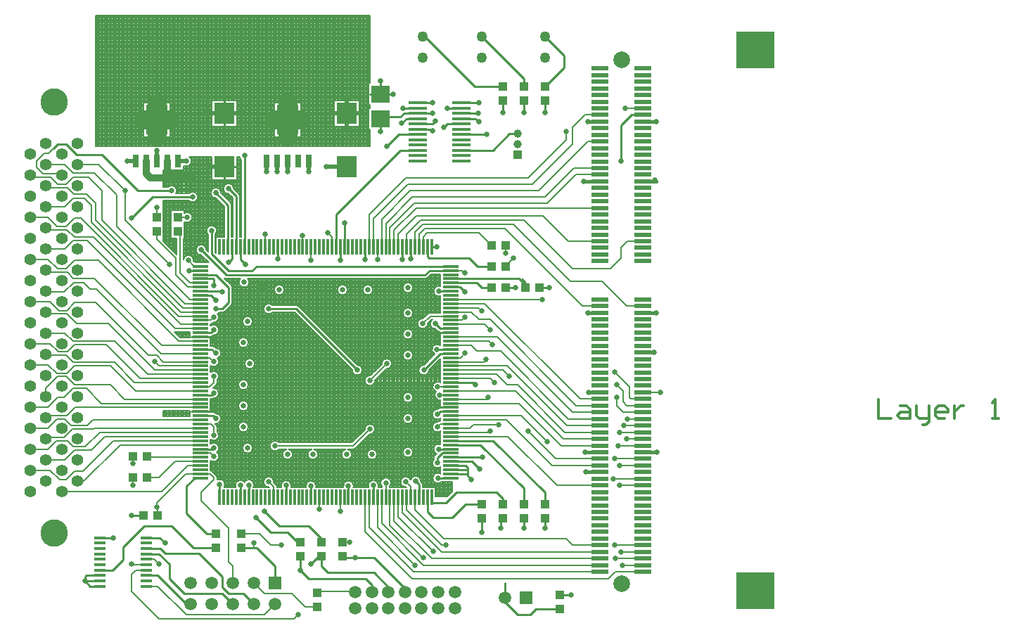
<source format=gtl>
%FSLAX24Y24*%
%MOIN*%
G70*
G01*
G75*
G04 Layer_Physical_Order=1*
%ADD10C,0.0080*%
%ADD11R,0.0866X0.0787*%
%ADD12R,0.0728X0.0118*%
%ADD13R,0.0118X0.0728*%
%ADD14R,0.0866X0.0157*%
%ADD15R,0.0866X0.0157*%
%ADD16R,0.0300X0.0600*%
%ADD17R,0.1000X0.1400*%
%ADD18R,0.0945X0.1024*%
%ADD19R,0.0787X0.0197*%
%ADD20R,0.1811X0.1772*%
%ADD21R,0.0394X0.0433*%
%ADD22R,0.0433X0.0394*%
%ADD23R,0.0571X0.0118*%
%ADD24C,0.0100*%
%ADD25C,0.0900*%
%ADD26C,0.0200*%
%ADD27C,0.0160*%
%ADD28C,0.0110*%
%ADD29C,0.0320*%
%ADD30C,0.0120*%
%ADD31C,0.1300*%
%ADD32C,0.0550*%
%ADD33C,0.0394*%
%ADD34R,0.0394X0.0394*%
%ADD35C,0.0787*%
%ADD36C,0.0591*%
%ADD37C,0.0500*%
%ADD38R,0.0591X0.0591*%
%ADD39C,0.0250*%
%ADD40C,0.0400*%
D10*
X30636Y37690D02*
G03*
X30549Y37735I-113J-113D01*
G01*
X30636Y37690D02*
G03*
X30549Y37735I-113J-113D01*
G01*
Y38207D02*
G03*
X30945Y38400I151J193D01*
G01*
Y38800D02*
G03*
X30549Y38993I-245J0D01*
G01*
Y39207D02*
G03*
X30945Y39400I151J193D01*
G01*
X30860Y37400D02*
G03*
X30813Y37513I-160J0D01*
G01*
X31187Y36949D02*
G03*
X31225Y37080I-207J131D01*
G01*
X30860Y37400D02*
G03*
X30813Y37513I-160J0D01*
G01*
X30945Y38400D02*
G03*
X30842Y38600I-245J0D01*
G01*
X31225Y37080D02*
G03*
X30860Y37294I-245J0D01*
G01*
X30860Y39800D02*
G03*
X30813Y39913I-160J0D01*
G01*
X30787Y40453D02*
G03*
X30667Y40503I-120J-120D01*
G01*
X30787Y40453D02*
G03*
X30667Y40503I-120J-120D01*
G01*
X30842Y38600D02*
G03*
X30945Y38800I-142J200D01*
G01*
X30860Y39800D02*
G03*
X30813Y39913I-160J0D01*
G01*
X30945Y39400D02*
G03*
X30860Y39586I-245J0D01*
G01*
X30769Y39957D02*
G03*
X31045Y40200I31J243D01*
G01*
G03*
X30795Y40445I-245J0D01*
G01*
X30945Y42200D02*
G03*
X30549Y42393I-245J0D01*
G01*
Y42707D02*
G03*
X30945Y42900I151J193D01*
G01*
X30570Y44100D02*
G03*
X30690Y44150I0J170D01*
G01*
X30570Y44100D02*
G03*
X30690Y44150I0J170D01*
G01*
X30945Y44400D02*
G03*
X30549Y44593I-245J0D01*
G01*
X30561Y44701D02*
G03*
X30674Y44747I0J160D01*
G01*
X30561Y44701D02*
G03*
X30674Y44748I0J160D01*
G01*
X30617Y41147D02*
G03*
X30673Y41157I0J170D01*
G01*
X30617Y41147D02*
G03*
X30673Y41157I0J170D01*
G01*
G03*
X30945Y41400I27J243D01*
G01*
G03*
X30669Y41643I-245J0D01*
G01*
X30813Y41787D02*
G03*
X30860Y41900I-113J113D01*
G01*
X30738Y43603D02*
G03*
X30617Y43653I-120J-120D01*
G01*
X30813Y41787D02*
G03*
X30860Y41900I-113J113D01*
G01*
X30738Y43603D02*
G03*
X30617Y43653I-120J-120D01*
G01*
X30860Y42014D02*
G03*
X30945Y42200I-160J186D01*
G01*
Y42900D02*
G03*
X30878Y43068I-245J0D01*
G01*
G03*
X31045Y43300I-78J232D01*
G01*
G03*
X30795Y43545I-245J0D01*
G01*
X30695Y44155D02*
G03*
X30945Y44400I5J245D01*
G01*
X30682Y44756D02*
G03*
X30945Y45000I18J244D01*
G01*
X32153Y37192D02*
G03*
X31735Y36949I-188J-157D01*
G01*
X32545Y38800D02*
G03*
X32545Y38800I-245J0D01*
G01*
X32345Y39800D02*
G03*
X32345Y39800I-245J0D01*
G01*
Y40800D02*
G03*
X32345Y40800I-245J0D01*
G01*
X32603Y37058D02*
G03*
X32153Y37192I-245J0D01*
G01*
X32578Y36949D02*
G03*
X32603Y37058I-219J109D01*
G01*
X33545Y37200D02*
G03*
X33318Y36956I-245J0D01*
G01*
X32345Y41800D02*
G03*
X32345Y41800I-245J0D01*
G01*
Y43800D02*
G03*
X32345Y43800I-245J0D01*
G01*
X32545Y44800D02*
G03*
X32545Y44800I-245J0D01*
G01*
X32645Y42800D02*
G03*
X32645Y42800I-245J0D01*
G01*
X29745Y47700D02*
G03*
X29260Y47749I-245J0D01*
G01*
X30345Y48200D02*
G03*
X30105Y47955I-245J0D01*
G01*
X29317Y49520D02*
G03*
X29680Y49735I118J215D01*
G01*
G03*
X29317Y49949I-245J0D01*
G01*
X30845Y49100D02*
G03*
X30430Y48924I-245J0D01*
G01*
X30770D02*
G03*
X30845Y49100I-170J176D01*
G01*
X28945Y51000D02*
G03*
X28524Y51170I-245J0D01*
G01*
X28908Y50870D02*
G03*
X28945Y51000I-208J130D01*
G01*
X29524Y50530D02*
G03*
X29945Y50700I176J170D01*
G01*
G03*
X29524Y50870I-245J0D01*
G01*
X29292Y52180D02*
G03*
X29645Y52400I108J220D01*
G01*
G03*
X29542Y52600I-245J0D01*
G01*
X30945Y45000D02*
G03*
X30878Y45168I-245J0D01*
G01*
G03*
X30976Y45230I-78J232D01*
G01*
X31100D02*
G03*
X31220Y45280I0J170D01*
G01*
X31100Y45230D02*
G03*
X31220Y45280I0J170D01*
G01*
X31520Y45580D02*
G03*
X31570Y45700I-120J120D01*
G01*
X31520Y45580D02*
G03*
X31570Y45700I-120J120D01*
G01*
Y46426D02*
G03*
X31520Y46546I-170J0D01*
G01*
X31570Y46426D02*
G03*
X31520Y46546I-170J0D01*
G01*
X31212Y46855D02*
G03*
X31300Y46830I88J145D01*
G01*
X31212Y46855D02*
G03*
X31300Y46830I88J145D01*
G01*
X33476Y45570D02*
G03*
X33476Y45230I-176J-170D01*
G01*
X31953Y46830D02*
G03*
X32380Y46665I181J-165D01*
G01*
G03*
X32316Y46830I-245J0D01*
G01*
X31045Y50900D02*
G03*
X30805Y50655I-245J0D01*
G01*
X31544Y50326D02*
G03*
X31494Y50446I-170J0D01*
G01*
X31544Y50326D02*
G03*
X31494Y50446I-170J0D01*
G01*
X31645Y51100D02*
G03*
X31405Y50855I-245J0D01*
G01*
X31938Y50732D02*
G03*
X31888Y50853I-170J0D01*
G01*
X31938Y50732D02*
G03*
X31888Y50852I-170J0D01*
G01*
X31924Y52600D02*
G03*
X31991Y52485I237J61D01*
G01*
X33699Y36961D02*
G03*
X33652Y37074I-160J0D01*
G01*
X34361Y36949D02*
G03*
X34375Y37030I-231J81D01*
G01*
X33699Y36961D02*
G03*
X33653Y37074I-160J0D01*
G01*
X34375Y37030D02*
G03*
X33899Y36949I-245J0D01*
G01*
X35556Y37011D02*
G03*
X35074Y36949I-245J0D01*
G01*
X34151Y38740D02*
G03*
X34445Y38500I49J-240D01*
G01*
G03*
X34249Y38740I-245J0D01*
G01*
X35548Y36949D02*
G03*
X35556Y37011I-237J62D01*
G01*
X37328Y37017D02*
G03*
X36847Y36949I-245J0D01*
G01*
X37318D02*
G03*
X37328Y37017I-235J68D01*
G01*
X33786Y39060D02*
G03*
X33786Y38740I-186J-160D01*
G01*
X35351D02*
G03*
X35645Y38500I49J-240D01*
G01*
G03*
X35449Y38740I-245J0D01*
G01*
X36951D02*
G03*
X37245Y38500I49J-240D01*
G01*
G03*
X37049Y38740I-245J0D01*
G01*
X37300D02*
G03*
X37413Y38787I0J160D01*
G01*
X37300Y38740D02*
G03*
X37413Y38787I0J160D01*
G01*
X38509Y37036D02*
G03*
X38035Y36949I-245J0D01*
G01*
X38493D02*
G03*
X38509Y37036I-229J87D01*
G01*
X39099Y37154D02*
G03*
X38694Y36969I-245J0D01*
G01*
X39014D02*
G03*
X39099Y37154I-160J186D01*
G01*
X40027Y37292D02*
G03*
X39818Y36956I-227J-92D01*
G01*
X40599Y37071D02*
G03*
X40549Y37191I-170J0D01*
G01*
X40599Y37071D02*
G03*
X40549Y37191I-170J0D01*
G01*
X40510Y37235D02*
G03*
X40027Y37292I-245J0D01*
G01*
X41451Y37587D02*
G03*
X41487Y37201I-131J-207D01*
G01*
X41130Y38276D02*
G03*
X41451Y37907I170J-176D01*
G01*
X38445Y38500D02*
G03*
X38445Y38500I-245J0D01*
G01*
X40145Y38600D02*
G03*
X40145Y38600I-245J0D01*
G01*
X38082Y39456D02*
G03*
X38345Y39700I18J244D01*
G01*
G03*
X37856Y39682I-245J0D01*
G01*
X41180Y38461D02*
G03*
X41130Y38341I120J-120D01*
G01*
X41180Y38461D02*
G03*
X41130Y38341I120J-120D01*
G01*
X41451Y38985D02*
G03*
X41255Y38536I-93J-227D01*
G01*
X41318Y40044D02*
G03*
X41451Y39607I-18J-244D01*
G01*
X37255Y42505D02*
G03*
X37745Y42500I245J-5D01*
G01*
G03*
X37495Y42745I-245J0D01*
G01*
X34720Y45520D02*
G03*
X34600Y45570I-120J-120D01*
G01*
X34720Y45520D02*
G03*
X34600Y45570I-120J-120D01*
G01*
X38118Y42244D02*
G03*
X38345Y42000I-18J-244D01*
G01*
X40145Y40200D02*
G03*
X40145Y40200I-245J0D01*
G01*
Y41200D02*
G03*
X40145Y41200I-245J0D01*
G01*
X38882Y42556D02*
G03*
X39145Y42800I18J244D01*
G01*
G03*
X38656Y42782I-245J0D01*
G01*
X40145Y43200D02*
G03*
X40145Y43200I-245J0D01*
G01*
Y44200D02*
G03*
X40145Y44200I-245J0D01*
G01*
Y45200D02*
G03*
X40145Y45200I-245J0D01*
G01*
X34045Y46300D02*
G03*
X34045Y46300I-245J0D01*
G01*
X37045D02*
G03*
X37045Y46300I-245J0D01*
G01*
X38245D02*
G03*
X38245Y46300I-245J0D01*
G01*
X40145Y46400D02*
G03*
X40145Y46400I-245J0D01*
G01*
X40663Y42745D02*
G03*
X40904Y42500I-5J-245D01*
G01*
X41305Y40645D02*
G03*
X41451Y40207I-5J-245D01*
G01*
Y41912D02*
G03*
X41233Y41479I-140J-201D01*
G01*
X41451Y43661D02*
G03*
X41179Y43261I-168J-178D01*
G01*
X41439Y40099D02*
G03*
X41326Y40052I0J-160D01*
G01*
X41439Y40099D02*
G03*
X41326Y40053I0J-160D01*
G01*
X41430Y40700D02*
G03*
X41310Y40650I0J-170D01*
G01*
X41430Y40700D02*
G03*
X41310Y40650I0J-170D01*
G01*
X41233Y41479D02*
G03*
X41451Y41075I184J-161D01*
G01*
X40618Y44944D02*
G03*
X40845Y44700I-18J-244D01*
G01*
X41055Y44897D02*
G03*
X41205Y44455I145J-197D01*
G01*
X40957Y45217D02*
G03*
X40844Y45170I0J-160D01*
G01*
X40957Y45217D02*
G03*
X40844Y45171I0J-160D01*
G01*
X40700Y46830D02*
G03*
X40820Y46880I0J170D01*
G01*
X40700Y46830D02*
G03*
X40820Y46880I0J170D01*
G01*
X41313Y44347D02*
G03*
X41433Y44297I120J120D01*
G01*
X41313Y44347D02*
G03*
X41433Y44297I120J120D01*
G01*
X41451Y46467D02*
G03*
X41451Y46010I-89J-228D01*
G01*
X22300Y52400D02*
X22664Y52764D01*
X22300Y52100D02*
X22600Y51800D01*
X23450D02*
X23500Y51750D01*
X22864Y52764D02*
X23093Y52993D01*
X22664Y52764D02*
X22864D01*
X22600Y51800D02*
X23450D01*
X22300Y52100D02*
Y52400D01*
X23704Y42196D02*
X24100Y41800D01*
X22750Y41650D02*
X23296Y42196D01*
X26480Y41120D02*
X30065D01*
X22750Y41250D02*
Y41650D01*
X23296Y42196D02*
X23704D01*
X22850Y42750D02*
X23254Y42346D01*
X23746D02*
X24100Y42700D01*
X26986Y41514D02*
X30065D01*
X22000Y42750D02*
X22850D01*
X23254Y42346D02*
X23746D01*
X24100Y42700D02*
X25800D01*
X23700Y43200D02*
X24040Y42860D01*
X26000D01*
X26952Y41908D02*
X30065D01*
X22750Y43250D02*
X22800Y43200D01*
X23700D01*
X24100Y43700D02*
X25600D01*
X23340Y43360D02*
X23760D01*
X24100Y43700D01*
X27195Y42105D02*
X30065D01*
X22000Y43750D02*
X22950D01*
X23340Y43360D01*
X49649Y37351D02*
X51024D01*
X49936Y37036D02*
X51024D01*
X43265Y49000D02*
X43865Y48400D01*
X40626Y48335D02*
Y48826D01*
X40800Y49000D01*
X43265D01*
X44500Y47400D02*
X44900Y47800D01*
X44500Y47300D02*
Y47400D01*
X44535Y48035D02*
Y48400D01*
X40700Y49200D02*
X44500D01*
X48160Y45540D02*
X49016D01*
X44500Y49200D02*
X48160Y45540D01*
X40429Y48335D02*
Y48929D01*
X49100Y46700D02*
X50260Y45540D01*
X40600Y49400D02*
X44900D01*
X50260Y45540D02*
X51024D01*
X40232Y48335D02*
Y49032D01*
X44900Y49400D02*
X47600Y46700D01*
X49100D01*
X49500Y47300D02*
X50000Y47800D01*
X40500Y49600D02*
X45400D01*
X50311Y48611D02*
X51024D01*
X47700Y47300D02*
X49500D01*
X39839Y48335D02*
Y48939D01*
X45400Y49600D02*
X47700Y47300D01*
X40300Y49800D02*
X46300D01*
X47489Y48611D02*
X49016D01*
X46300Y49800D02*
X47489Y48611D01*
X39445Y48335D02*
Y48945D01*
X28000Y49735D02*
Y50200D01*
X29000Y49735D02*
X29435D01*
X29568Y46632D02*
X30065D01*
X29000Y49065D02*
X29100Y48965D01*
Y47100D02*
Y48965D01*
Y47100D02*
X29568Y46632D01*
X29465Y46435D02*
X30065D01*
X28000Y48700D02*
Y49065D01*
Y48700D02*
X28900Y47800D01*
Y47000D02*
Y47800D01*
Y47000D02*
X29465Y46435D01*
X26800Y33300D02*
X26828Y33272D01*
X27512D01*
X36800Y34335D02*
X37135D01*
X26800Y32000D02*
Y32800D01*
Y32000D02*
X28100Y30700D01*
X33100Y30900D02*
X33600Y31400D01*
X27512Y32248D02*
X28052D01*
X29400Y30900D01*
X33100D01*
X26800Y32800D02*
X27016Y33016D01*
X32600Y34065D02*
Y34300D01*
X30523Y37577D02*
X30700Y37400D01*
Y37300D02*
Y37400D01*
X30100Y36700D02*
X30700Y37300D01*
X30100Y36300D02*
Y36700D01*
Y36300D02*
X31400Y35000D01*
Y33400D02*
Y35000D01*
Y33400D02*
X31600Y33200D01*
X27900Y42900D02*
X28105Y42695D01*
X30065D01*
X28000Y43200D02*
X28308Y42892D01*
X30065D01*
X27600Y43200D02*
X28000D01*
X22000Y45750D02*
X22950D01*
X25100Y45700D02*
X27600Y43200D01*
X28220Y43680D02*
X30065D01*
X24049Y46851D02*
X25049D01*
X28220Y43680D01*
X28214Y43286D02*
X30065D01*
X24843Y46357D02*
X25143D01*
X22700Y46200D02*
X23600D01*
X25143Y46357D02*
X28214Y43286D01*
X24100Y45700D02*
X25100D01*
X23725Y45325D02*
X24100Y45700D01*
X27902Y42498D02*
X30065D01*
X24200Y44700D02*
X25700D01*
X27902Y42498D01*
X27558Y42302D02*
X30065D01*
X26000Y43860D02*
X27558Y42302D01*
X22750Y44250D02*
X23650D01*
X24040Y43860D02*
X26000D01*
X25600Y43700D02*
X27195Y42105D01*
X26000Y42860D02*
X26952Y41908D01*
X38100Y56104D02*
Y59300D01*
X37900D02*
X38100D01*
X38080Y56104D02*
Y59300D01*
X37520Y55292D02*
Y59300D01*
X37440Y55292D02*
Y59300D01*
X38047Y56104D02*
X38100D01*
X38047Y55077D02*
Y56104D01*
X37592Y55280D02*
X38047D01*
X37592Y54028D02*
Y55292D01*
Y55200D02*
X38047D01*
X37360Y55292D02*
Y59300D01*
X37280Y55292D02*
Y59300D01*
X37200Y55292D02*
Y59300D01*
X37120Y55292D02*
Y59300D01*
X37040Y55292D02*
Y59300D01*
X36960Y55292D02*
Y59300D01*
X36880Y55292D02*
Y59300D01*
X36800Y55292D02*
Y59300D01*
X36720Y55292D02*
Y59300D01*
X36640Y55292D02*
Y59300D01*
X36560Y55292D02*
Y59300D01*
X36408Y55292D02*
X37592D01*
X36480D02*
Y59300D01*
X31792Y55280D02*
X36408D01*
X31792Y55200D02*
X36408D01*
X38100Y54923D02*
Y55077D01*
X38047D02*
X38100D01*
X37592Y55040D02*
X38100D01*
X37592Y54960D02*
X38100D01*
X38080Y54923D02*
Y55077D01*
X37592Y55120D02*
X38047D01*
Y54923D02*
X38100D01*
X37592Y54880D02*
X38047D01*
X37592Y54800D02*
X38047D01*
X37592Y54720D02*
X38047D01*
X37592Y54640D02*
X38047D01*
X37592Y54560D02*
X38047D01*
X37592Y54480D02*
X38047D01*
X34820Y55120D02*
X36408D01*
X34820Y55040D02*
X36408D01*
X34820Y54960D02*
X36408D01*
X34820Y54880D02*
X36408D01*
X34820Y54800D02*
X36408D01*
X37592Y54400D02*
X38047D01*
X37592Y54320D02*
X38047D01*
X37592Y54240D02*
X38047D01*
X37592Y54160D02*
X38047D01*
X37592Y54080D02*
X38047D01*
X34800Y55188D02*
Y59300D01*
X34720Y55188D02*
Y59300D01*
X34640Y55188D02*
Y59300D01*
X34560Y55188D02*
Y59300D01*
X34480Y55188D02*
Y59300D01*
X34400Y55188D02*
Y59300D01*
X34320Y55188D02*
Y59300D01*
X34240Y55188D02*
Y59300D01*
X34160Y55188D02*
Y59300D01*
X36408Y54028D02*
Y55292D01*
X34080Y55188D02*
Y59300D01*
X34000Y55188D02*
Y59300D01*
X33920Y55188D02*
Y59300D01*
X33840Y55188D02*
Y59300D01*
X31760Y55292D02*
Y59300D01*
X31680Y55292D02*
Y59300D01*
X31600Y55292D02*
Y59300D01*
X31520Y55292D02*
Y59300D01*
X31440Y55292D02*
Y59300D01*
X31360Y55292D02*
Y59300D01*
X31280Y55292D02*
Y59300D01*
X33760Y55188D02*
Y59300D01*
X33680Y55188D02*
Y59300D01*
X33600Y55188D02*
Y59300D01*
X31200Y55292D02*
Y59300D01*
X31120Y55292D02*
Y59300D01*
X34820Y54720D02*
X36408D01*
X33580Y55188D02*
X34820D01*
Y54640D02*
X36408D01*
X34820Y54560D02*
X36408D01*
X31792Y55120D02*
X33580D01*
X31792Y55040D02*
X33580D01*
X31792Y54960D02*
X33580D01*
X34820Y54480D02*
X36408D01*
X34820Y54400D02*
X36408D01*
X34820Y54320D02*
X36408D01*
X34820Y54240D02*
X36408D01*
X34820Y54160D02*
X36408D01*
X34820Y54080D02*
X36408D01*
X31792Y54880D02*
X33580D01*
X31792Y54800D02*
X33580D01*
X31792Y54720D02*
X33580D01*
X31792Y54640D02*
X33580D01*
X31792Y54560D02*
X33580D01*
X31792Y54480D02*
X33580D01*
X31792Y54400D02*
X33580D01*
X31792Y54320D02*
X33580D01*
X31792Y54240D02*
X33580D01*
X31792Y54160D02*
X33580D01*
X31792Y54080D02*
X33580D01*
X38000Y53100D02*
Y59300D01*
X37920Y53100D02*
Y59300D01*
X37840Y53100D02*
Y59300D01*
X37760Y53100D02*
Y59300D01*
X37680Y53100D02*
Y59300D01*
X37600Y53100D02*
Y59300D01*
X36400Y53100D02*
Y59300D01*
X36320Y53100D02*
Y59300D01*
X36240Y53100D02*
Y59300D01*
X36160Y53100D02*
Y59300D01*
X36080Y53100D02*
Y59300D01*
X36000Y53100D02*
Y59300D01*
X35920Y53100D02*
Y59300D01*
X35840Y53100D02*
Y59300D01*
X35760Y53100D02*
Y59300D01*
X35680Y53100D02*
Y59300D01*
X35600Y53100D02*
Y59300D01*
X35520Y53100D02*
Y59300D01*
X35440Y53100D02*
Y59300D01*
X35360Y53100D02*
Y59300D01*
X34820Y53548D02*
Y55188D01*
X35280Y53100D02*
Y59300D01*
X35200Y53100D02*
Y59300D01*
X35120Y53100D02*
Y59300D01*
X35040Y53100D02*
Y59300D01*
X34960Y53100D02*
Y59300D01*
X34880Y53100D02*
Y59300D01*
X38047Y53896D02*
Y54923D01*
Y53896D02*
X38100D01*
Y53100D02*
Y53896D01*
X38080Y53100D02*
Y53896D01*
X37520Y53100D02*
Y54028D01*
X37440Y53100D02*
Y54028D01*
X37360Y53100D02*
Y54028D01*
X37280Y53100D02*
Y54028D01*
X37200Y53100D02*
Y54028D01*
X37120Y53100D02*
Y54028D01*
X37040Y53100D02*
Y54028D01*
X36960Y53100D02*
Y54028D01*
X36880Y53100D02*
Y54028D01*
X34820Y54000D02*
X38047D01*
X34820Y53840D02*
X38100D01*
X34820Y53760D02*
X38100D01*
X34820Y53680D02*
X38100D01*
X36408Y54028D02*
X37592D01*
X34820Y53920D02*
X38047D01*
X36800Y53100D02*
Y54028D01*
X36720Y53100D02*
Y54028D01*
X34820Y53600D02*
X38100D01*
X36640Y53100D02*
Y54028D01*
X36560Y53100D02*
Y54028D01*
X36480Y53100D02*
Y54028D01*
X33520Y53100D02*
Y59300D01*
X33580Y53548D02*
Y55188D01*
X33440Y53100D02*
Y59300D01*
X33360Y53100D02*
Y59300D01*
X33280Y53100D02*
Y59300D01*
X33200Y53100D02*
Y59300D01*
X33120Y53100D02*
Y59300D01*
X33040Y53100D02*
Y59300D01*
X32960Y53100D02*
Y59300D01*
X32880Y53100D02*
Y59300D01*
X32800Y53100D02*
Y59300D01*
X32720Y53100D02*
Y59300D01*
X32640Y53100D02*
Y59300D01*
X32560Y53100D02*
Y59300D01*
X32480Y53100D02*
Y59300D01*
X32400Y53100D02*
Y59300D01*
X32320Y53100D02*
Y59300D01*
X31792Y54028D02*
Y55292D01*
X32240Y53100D02*
Y59300D01*
X32160Y53100D02*
Y59300D01*
X32080Y53100D02*
Y59300D01*
X32000Y53100D02*
Y59300D01*
X31920Y53100D02*
Y59300D01*
X31840Y53100D02*
Y59300D01*
X34800Y53100D02*
Y53548D01*
X34720Y53100D02*
Y53548D01*
X34640Y53100D02*
Y53548D01*
X34560Y53100D02*
Y53548D01*
X34480Y53100D02*
Y53548D01*
X34400Y53100D02*
Y53548D01*
X34320Y53100D02*
Y53548D01*
X34240Y53100D02*
Y53548D01*
X34160Y53100D02*
Y53548D01*
X34080Y53100D02*
Y53548D01*
X34000Y53100D02*
Y53548D01*
X33920Y53100D02*
Y53548D01*
X33840Y53100D02*
Y53548D01*
X33580D02*
X34820D01*
X33760Y53100D02*
Y53548D01*
X33680Y53100D02*
Y53548D01*
X31760Y53100D02*
Y54028D01*
X31680Y53100D02*
Y54028D01*
X33600Y53100D02*
Y53548D01*
X31600Y53100D02*
Y54028D01*
X31520Y53100D02*
Y54028D01*
X31440Y53100D02*
Y54028D01*
X31360Y53100D02*
Y54028D01*
X31280Y53100D02*
Y54028D01*
X31200Y53100D02*
Y54028D01*
X25100Y59280D02*
X38100D01*
X25100Y59200D02*
X38100D01*
X25100Y59120D02*
X38100D01*
X25100Y59040D02*
X38100D01*
X25100Y59300D02*
X37900D01*
X25100Y58960D02*
X38100D01*
X25100Y58880D02*
X38100D01*
X25100Y58800D02*
X38100D01*
X25100Y58720D02*
X38100D01*
X25100Y58640D02*
X38100D01*
X25100Y58560D02*
X38100D01*
X25100Y58480D02*
X38100D01*
X25100Y58400D02*
X38100D01*
X25100Y58320D02*
X38100D01*
X25100Y58240D02*
X38100D01*
X25100Y58160D02*
X38100D01*
X25100Y58080D02*
X38100D01*
X25100Y58000D02*
X38100D01*
X25100Y57920D02*
X38100D01*
X25100Y57840D02*
X38100D01*
X25100Y57760D02*
X38100D01*
X25100Y57680D02*
X38100D01*
X25100Y57600D02*
X38100D01*
X25100Y57520D02*
X38100D01*
X25100Y57440D02*
X38100D01*
X25100Y57360D02*
X38100D01*
X25100Y57280D02*
X38100D01*
X25100Y57200D02*
X38100D01*
X25100Y57120D02*
X38100D01*
X25100Y57040D02*
X38100D01*
X25100Y56960D02*
X38100D01*
X25100Y56880D02*
X38100D01*
X25100Y56800D02*
X38100D01*
X25100Y56720D02*
X38100D01*
X25100Y56640D02*
X38100D01*
X25100Y56560D02*
X38100D01*
X25100Y56480D02*
X38100D01*
X30608Y55292D02*
X31792D01*
X25100Y56400D02*
X38100D01*
X25100Y56320D02*
X38100D01*
X25100Y56240D02*
X38100D01*
X25100Y56160D02*
X38100D01*
X25100Y56080D02*
X38047D01*
X25100Y56000D02*
X38047D01*
X25100Y55920D02*
X38047D01*
X25100Y55840D02*
X38047D01*
X25100Y55760D02*
X38047D01*
X25100Y55680D02*
X38047D01*
X25100Y55600D02*
X38047D01*
X25100Y55520D02*
X38047D01*
X25100Y55440D02*
X38047D01*
X25100Y55360D02*
X38047D01*
X31040Y55292D02*
Y59300D01*
X30960Y55292D02*
Y59300D01*
X30880Y55292D02*
Y59300D01*
X30800Y55292D02*
Y59300D01*
X30720Y55292D02*
Y59300D01*
X30640Y55292D02*
Y59300D01*
X28560Y55188D02*
Y59300D01*
X28480Y55188D02*
Y59300D01*
X28400Y55188D02*
Y59300D01*
X28620Y55120D02*
X30608D01*
X28320Y55188D02*
Y59300D01*
X28240Y55188D02*
Y59300D01*
X28160Y55188D02*
Y59300D01*
X28080Y55188D02*
Y59300D01*
X28000Y55188D02*
Y59300D01*
X25100Y55280D02*
X30608D01*
X25100Y55200D02*
X30608D01*
X27920Y55188D02*
Y59300D01*
X27840Y55188D02*
Y59300D01*
X27760Y55188D02*
Y59300D01*
X27680Y55188D02*
Y59300D01*
X27600Y55188D02*
Y59300D01*
X27380Y55188D02*
X28620D01*
X27520D02*
Y59300D01*
X27440Y55188D02*
Y59300D01*
X25100Y55120D02*
X27380D01*
X28620Y55040D02*
X30608D01*
X28620Y54960D02*
X30608D01*
X28620Y54880D02*
X30608D01*
X28620Y54800D02*
X30608D01*
X28620Y54720D02*
X30608D01*
X28620Y54640D02*
X30608D01*
X28620Y54560D02*
X30608D01*
X28620Y54480D02*
X30608D01*
X28620Y54400D02*
X30608D01*
X28620Y54320D02*
X30608D01*
X28620Y54240D02*
X30608D01*
X28620Y54160D02*
X30608D01*
X28620Y54080D02*
X30608D01*
X25100Y55040D02*
X27380D01*
X25100Y54960D02*
X27380D01*
X25100Y54880D02*
X27380D01*
X25100Y54800D02*
X27380D01*
X25100Y54720D02*
X27380D01*
X25100Y54640D02*
X27380D01*
X25100Y54560D02*
X27380D01*
X25100Y54480D02*
X27380D01*
X25100Y54400D02*
X27380D01*
X25100Y54320D02*
X27380D01*
X25100Y54240D02*
X27380D01*
X25100Y54160D02*
X27380D01*
X25100Y54080D02*
X27380D01*
X30560Y53100D02*
Y59300D01*
X30480Y53100D02*
Y59300D01*
X30608Y54028D02*
Y55292D01*
X30400Y53100D02*
Y59300D01*
X30320Y53100D02*
Y59300D01*
X30240Y53100D02*
Y59300D01*
X30160Y53100D02*
Y59300D01*
X30080Y53100D02*
Y59300D01*
X30000Y53100D02*
Y59300D01*
X29920Y53100D02*
Y59300D01*
X29840Y53100D02*
Y59300D01*
X29760Y53100D02*
Y59300D01*
X29680Y53100D02*
Y59300D01*
X29600Y53100D02*
Y59300D01*
X29520Y53100D02*
Y59300D01*
X29440Y53100D02*
Y59300D01*
X29360Y53100D02*
Y59300D01*
X29280Y53100D02*
Y59300D01*
X29200Y53100D02*
Y59300D01*
X29120Y53100D02*
Y59300D01*
X29040Y53100D02*
Y59300D01*
X28960Y53100D02*
Y59300D01*
X28880Y53100D02*
Y59300D01*
X28800Y53100D02*
Y59300D01*
X28720Y53100D02*
Y59300D01*
X28640Y53100D02*
Y59300D01*
X28620Y54000D02*
X33580D01*
X28620Y53920D02*
X33580D01*
X28620Y53840D02*
X33580D01*
X28620Y53760D02*
X33580D01*
X30608Y54028D02*
X31792D01*
X28620Y53548D02*
Y55188D01*
X31120Y53100D02*
Y54028D01*
X31040Y53100D02*
Y54028D01*
X30960Y53100D02*
Y54028D01*
X30880Y53100D02*
Y54028D01*
X30800Y53100D02*
Y54028D01*
X30720Y53100D02*
Y54028D01*
X30640Y53100D02*
Y54028D01*
X28620Y53680D02*
X33580D01*
X25100Y53520D02*
X38100D01*
X25100Y53440D02*
X38100D01*
X25100Y53360D02*
X38100D01*
X28620Y53600D02*
X33580D01*
X27380Y53548D02*
X28620D01*
X25100Y53280D02*
X38100D01*
X25100Y53200D02*
X38100D01*
X25100Y53120D02*
X38100D01*
X28560Y53100D02*
Y53548D01*
X28480Y53100D02*
Y53548D01*
X25100Y53100D02*
X38100D01*
X27360D02*
Y59300D01*
X27280Y53100D02*
Y59300D01*
X27200Y53100D02*
Y59300D01*
X27120Y53100D02*
Y59300D01*
X27040Y53100D02*
Y59300D01*
X26960Y53100D02*
Y59300D01*
X26880Y53100D02*
Y59300D01*
X26800Y53100D02*
Y59300D01*
X26720Y53100D02*
Y59300D01*
X26640Y53100D02*
Y59300D01*
X26560Y53100D02*
Y59300D01*
X26480Y53100D02*
Y59300D01*
X26400Y53100D02*
Y59300D01*
X26320Y53100D02*
Y59300D01*
X26240Y53100D02*
Y59300D01*
X26160Y53100D02*
Y59300D01*
X26080Y53100D02*
Y59300D01*
X26000Y53100D02*
Y59300D01*
X25920Y53100D02*
Y59300D01*
X25840Y53100D02*
Y59300D01*
X25760Y53100D02*
Y59300D01*
X25680Y53100D02*
Y59300D01*
X25600Y53100D02*
Y59300D01*
X25520Y53100D02*
Y59300D01*
X25440Y53100D02*
Y59300D01*
X25360Y53100D02*
Y59300D01*
X28400Y53100D02*
Y53548D01*
X28320Y53100D02*
Y53548D01*
X28240Y53100D02*
Y53548D01*
X28160Y53100D02*
Y53548D01*
X28080Y53100D02*
Y53548D01*
X28000Y53100D02*
Y53548D01*
X27920Y53100D02*
Y53548D01*
X27840Y53100D02*
Y53548D01*
X27760Y53100D02*
Y53548D01*
X27680Y53100D02*
Y53548D01*
X27600Y53100D02*
Y53548D01*
X27520Y53100D02*
Y53548D01*
X25100Y54000D02*
X27380D01*
X25100Y53920D02*
X27380D01*
X25100Y53840D02*
X27380D01*
X25100Y53760D02*
X27380D01*
X25100Y53680D02*
X27380D01*
X25100Y53600D02*
X27380D01*
Y53548D02*
Y55188D01*
X25280Y53100D02*
Y59300D01*
X27440Y53100D02*
Y53548D01*
X25200Y53100D02*
Y59300D01*
X25120Y53100D02*
Y59300D01*
X25100Y53100D02*
Y59300D01*
X50210Y54910D02*
X51024D01*
X47400Y53400D02*
Y53800D01*
X38067Y48335D02*
Y49867D01*
X39800Y51600D01*
X45600D01*
X47400Y53400D01*
X48295Y54595D02*
X49016D01*
X38264Y48335D02*
Y49664D01*
X47700Y54000D02*
X48295Y54595D01*
X47700Y53200D02*
Y54000D01*
X45800Y51300D02*
X47700Y53200D01*
X39900Y51300D02*
X45800D01*
X38264Y49664D02*
X39900Y51300D01*
X38461Y47739D02*
Y48335D01*
X48435Y53335D02*
X49016D01*
X38657Y48335D02*
Y49657D01*
X46100Y51000D02*
X48435Y53335D01*
X40000Y51000D02*
X46100D01*
X38657Y49657D02*
X40000Y51000D01*
X47776Y52076D02*
X49016D01*
X38854Y48335D02*
Y49454D01*
X40100Y50700D01*
X46400D01*
X47776Y52076D01*
X47861Y51761D02*
X49016D01*
X39051Y48335D02*
Y49251D01*
X46500Y50400D02*
X47861Y51761D01*
X40200Y50400D02*
X46500D01*
X39051Y49251D02*
X40200Y50400D01*
X40286Y50186D02*
X49016D01*
X39248Y48335D02*
Y49148D01*
X40286Y50186D01*
X39445Y48945D02*
X40300Y49800D01*
X50000Y48300D02*
X50311Y48611D01*
X39839Y48939D02*
X40500Y49600D01*
X50000Y47800D02*
Y48300D01*
X40232Y49032D02*
X40600Y49400D01*
X40429Y48929D02*
X40700Y49200D01*
X41900Y41900D02*
X41935D01*
Y44664D02*
X43536D01*
X50099Y40501D02*
X51024D01*
X49800Y40800D02*
Y41200D01*
X43536Y44664D02*
X43800Y44400D01*
X41311Y41711D02*
X41935D01*
X50129Y39871D02*
X51024D01*
X43492Y42892D02*
X43600Y43000D01*
X41935Y42892D02*
X43492D01*
X49944Y39556D02*
X51024D01*
X41935Y42498D02*
X44402D01*
X44700Y42200D01*
X41800Y42100D02*
X43800D01*
X50259Y39241D02*
X51024D01*
X43800Y42100D02*
X44000Y41900D01*
X49874Y38926D02*
X51024D01*
X43620Y41120D02*
X43700Y41200D01*
X41935Y41120D02*
X43620D01*
X51024Y41446D02*
X51854D01*
X49700Y42400D02*
X50400Y41700D01*
X50469Y41131D02*
X51024D01*
X41935Y45845D02*
X46255D01*
X50400Y41200D02*
Y41700D01*
Y41200D02*
X50469Y41131D01*
X49800Y41800D02*
X50100Y41500D01*
X50284Y40816D02*
X51024D01*
X41935Y45451D02*
X43249D01*
X43400Y45300D01*
X43800Y44900D02*
X47884Y40816D01*
X49016D01*
X41935Y45254D02*
X42900D01*
X43254Y44900D02*
X43800D01*
X42900Y45254D02*
X43254Y44900D01*
X50100Y41000D02*
Y41500D01*
Y41000D02*
X50284Y40816D01*
X49800Y40800D02*
X50099Y40501D01*
X50314Y40186D02*
X51024D01*
X41935Y43876D02*
X43724D01*
X43900Y43700D01*
X44300Y43400D02*
X47514Y40186D01*
X49016D01*
X41935Y43680D02*
X42900D01*
X43180Y43400D02*
X44300D01*
X42900Y43680D02*
X43180Y43400D01*
X45100Y41800D02*
X47344Y39556D01*
X44600Y41800D02*
X45100D01*
X47344Y39556D02*
X49016D01*
X41937Y42300D02*
X44100D01*
X44600Y41800D01*
X48069Y41131D02*
X49016D01*
X41935Y45648D02*
X43552D01*
X48069Y41131D01*
X47699Y40501D02*
X49016D01*
X41935Y44073D02*
X44127D01*
X47699Y40501D01*
X47429Y39871D02*
X49016D01*
X41935Y42695D02*
X44605D01*
X47429Y39871D01*
X47259Y39241D02*
X49016D01*
X41935Y41514D02*
X44986D01*
X47259Y39241D01*
X47174Y38926D02*
X49016D01*
X41935Y40924D02*
X45176D01*
X47174Y38926D01*
X49704Y38296D02*
X51024D01*
X43000Y39900D02*
X44200D01*
X41935Y39743D02*
X42843D01*
X43000Y39900D01*
X41935Y40333D02*
X45267D01*
X49919Y37981D02*
X51024D01*
X45267Y40333D02*
X46500Y39100D01*
X46904Y38296D02*
X49016D01*
X45600Y39600D02*
X46904Y38296D01*
X43746Y39546D02*
X43800Y39600D01*
X41935Y39546D02*
X43746D01*
X46719Y37981D02*
X49016D01*
X41935Y40136D02*
X44564D01*
X46719Y37981D01*
X41935Y39349D02*
X44651D01*
X46964Y37036D02*
X49016D01*
X44651Y39349D02*
X46964Y37036D01*
X47700Y34200D02*
X49100D01*
X40232Y35868D02*
Y36465D01*
X47400Y34500D02*
X47700Y34200D01*
X41600Y34500D02*
X47400D01*
X40232Y35868D02*
X41600Y34500D01*
X39839Y35861D02*
Y36465D01*
X49702Y34202D02*
X51024D01*
X41498D02*
X41698D01*
X39839Y35861D02*
X41498Y34202D01*
X41513Y33887D02*
X49016D01*
X39642Y35758D02*
Y36465D01*
Y35758D02*
X41513Y33887D01*
X50013D02*
X51024D01*
X39445Y35555D02*
Y36465D01*
Y35555D02*
X41100Y33900D01*
X41028Y33572D02*
X49016D01*
X39248Y35352D02*
Y36465D01*
Y35352D02*
X41028Y33572D01*
X40643Y33257D02*
X49016D01*
X38657Y35243D02*
Y36465D01*
Y35243D02*
X40643Y33257D01*
X38461Y35039D02*
Y36465D01*
X50057Y33257D02*
X51024D01*
X38461Y35039D02*
X40243Y33257D01*
X40158Y32942D02*
X49016D01*
X38067Y35033D02*
Y36465D01*
Y35033D02*
X40158Y32942D01*
X29555Y45845D02*
X30065D01*
X22750Y52250D02*
X23650D01*
X24049Y51851D02*
X25049D01*
X23650Y52250D02*
X24049Y51851D01*
X26100Y49300D02*
X29555Y45845D01*
X26100Y49300D02*
Y50800D01*
X25049Y51851D02*
X26100Y50800D01*
X23300Y51300D02*
X23700D01*
X24753Y51647D02*
X25400Y51000D01*
X24047Y51647D02*
X24753D01*
X23700Y51300D02*
X24047Y51647D01*
X29249Y45451D02*
X30065D01*
X22861Y51139D02*
X23761D01*
X24071Y50829D01*
X22750Y51250D02*
X22861Y51139D01*
X25400Y49600D02*
Y51000D01*
Y49600D02*
X29352Y45648D01*
X24671Y50829D02*
X25100Y50400D01*
X24071Y50829D02*
X24671D01*
X22750Y50250D02*
X23650D01*
X24553Y50647D02*
X24900Y50300D01*
X29146Y45254D02*
X30065D01*
X24047Y50647D02*
X24553D01*
X23650Y50250D02*
X24047Y50647D01*
X25100Y49600D02*
Y50400D01*
Y49600D02*
X29249Y45451D01*
X24900Y49500D02*
Y50300D01*
Y49500D02*
X29146Y45254D01*
X23285Y49315D02*
X23715D01*
X24100Y49700D01*
X29043Y45057D02*
X30065D01*
X22000Y49750D02*
X22850D01*
X24400Y49700D02*
X29043Y45057D01*
X24100Y49700D02*
X24400D01*
X29136Y44664D02*
X30065D01*
X25000Y48800D02*
X29136Y44664D01*
X24100Y48800D02*
X25000D01*
X29050Y43876D02*
X30065D01*
X25226Y47700D02*
X29050Y43876D01*
X22000Y47750D02*
X22850D01*
X24100Y47700D02*
X25226D01*
X28859Y44467D02*
X30065D01*
X24689Y48638D02*
X28859Y44467D01*
X24038Y48638D02*
X24689D01*
X22750Y48250D02*
X23650D01*
X22850Y49750D02*
X23285Y49315D01*
X23745Y49155D02*
X24100Y48800D01*
X22845Y49155D02*
X23745D01*
X22750Y49250D02*
X22845Y49155D01*
X23650Y48250D02*
X24038Y48638D01*
X23701Y47301D02*
X24100Y47700D01*
X23299Y47301D02*
X23701D01*
X22850Y47750D02*
X23299Y47301D01*
X23759Y47141D02*
X24049Y46851D01*
X22859Y47141D02*
X23759D01*
X22750Y47250D02*
X22859Y47141D01*
X24055Y46655D02*
X24545D01*
X23600Y46200D02*
X24055Y46655D01*
X24545D02*
X24843Y46357D01*
X23375Y45325D02*
X23725D01*
X22950Y45750D02*
X23375Y45325D01*
X23735Y45165D02*
X24200Y44700D01*
X22835Y45165D02*
X23735D01*
X22750Y45250D02*
X22835Y45165D01*
X23650Y44250D02*
X24040Y43860D01*
X25800Y42700D02*
X26986Y41514D01*
X25800Y41800D02*
X26480Y41120D01*
X24100Y41800D02*
X25800D01*
X25376Y40924D02*
X30065D01*
X23600Y41200D02*
X24036Y41636D01*
X24664D01*
X22000Y40750D02*
X22850D01*
X24664Y41636D02*
X25376Y40924D01*
X23300Y41200D02*
X23600D01*
X22850Y40750D02*
X23300Y41200D01*
X24127Y40727D02*
X30065D01*
X23730Y40330D02*
X24127Y40727D01*
X22830Y40330D02*
X23730D01*
X23270Y40170D02*
X23630D01*
X22850Y39750D02*
X23270Y40170D01*
X23630D02*
X23940Y39860D01*
X23604Y39304D02*
X24000Y39700D01*
X22804Y39304D02*
X23604D01*
X23756Y39144D02*
X24040Y38860D01*
X23244Y39144D02*
X23756D01*
X22850Y38750D02*
X23244Y39144D01*
X23650Y38250D02*
X24100Y38700D01*
X22950Y37750D02*
X23400Y37300D01*
X23700D01*
X24100Y37700D01*
X22000Y39750D02*
X22850D01*
X23940Y39860D02*
X24700D01*
X24976Y40136D01*
X30065D01*
X24000Y39700D02*
X25000D01*
X25043Y39743D01*
X30065D01*
X22000Y38750D02*
X22850D01*
X24040Y38860D02*
X24600D01*
X25286Y39546D01*
X30065D01*
X22750Y38250D02*
X23650D01*
X24100Y38700D02*
X24900D01*
X25549Y39349D01*
X30065D01*
X24100Y37700D02*
X24500D01*
X22000Y37750D02*
X22950D01*
X24500Y37700D02*
X25952Y39152D01*
X30065D01*
X24250Y37250D02*
X24550D01*
X26255Y38955D01*
X30065D01*
X28035Y35600D02*
Y36000D01*
X28000D02*
Y36200D01*
X31600Y32400D02*
Y33200D01*
X28000Y36200D02*
X29377Y37577D01*
X30523D01*
X28250Y36750D02*
X29471Y37971D01*
X30065D01*
X23500Y36750D02*
X28250D01*
X27700Y38400D02*
X27735Y38365D01*
X30065D01*
X28100Y37400D02*
X28868Y38168D01*
X27535Y37400D02*
X28100D01*
X28868Y38168D02*
X30065D01*
X26865Y37035D02*
Y37400D01*
Y38065D02*
Y38400D01*
X35600Y31935D02*
X35665Y32000D01*
X37500D01*
X34400Y31900D02*
X35035Y31265D01*
X33100Y31900D02*
X34400D01*
X32600Y32400D02*
X33100Y31900D01*
X35035Y31265D02*
X35600D01*
X49400Y32600D02*
X49742Y32942D01*
X40100Y32600D02*
X49400D01*
X37870Y34830D02*
X40100Y32600D01*
X37870Y34830D02*
Y36465D01*
X49742Y32942D02*
X51024D01*
X39800Y37200D02*
X40035Y36965D01*
Y36465D02*
Y36965D01*
X41300Y39800D02*
X41439Y39939D01*
X41935D01*
X41417Y41317D02*
X41935D01*
Y43089D02*
X42389D01*
X42600Y43300D01*
X41935Y44861D02*
X42461D01*
X42600Y45000D01*
X27512Y33528D02*
X27872D01*
X28100Y33300D01*
X42477Y47223D02*
X42600Y47100D01*
X41935Y47223D02*
X42477D01*
X26500Y49600D02*
Y51000D01*
Y49600D02*
X28600Y47500D01*
X24250Y52250D02*
X25250D01*
X26500Y51000D01*
X22050Y51750D02*
X22153Y51647D01*
X22953D02*
X23300Y51300D01*
X22000Y51750D02*
X22050D01*
X22153Y51647D02*
X22953D01*
X29352Y45648D02*
X30065D01*
X32865Y34735D02*
X33400Y34200D01*
X33900D01*
X32000Y34735D02*
X32865D01*
X33600Y38900D02*
X37300D01*
X38100Y39700D01*
Y42000D02*
X38900Y42800D01*
X40600Y44700D02*
X40957Y45057D01*
X41935D01*
X38854Y36465D02*
Y37154D01*
X36689Y35811D02*
Y36465D01*
X35705Y35905D02*
Y36465D01*
X33300Y37200D02*
X33539Y36961D01*
Y36465D02*
Y36961D01*
X30065Y38561D02*
X30539D01*
X30700Y38400D01*
X30561Y39939D02*
X30700Y39800D01*
X30065Y39939D02*
X30561D01*
X30700Y39400D02*
Y39800D01*
X30500Y41700D02*
X30700Y41900D01*
Y42200D01*
X30000Y41700D02*
X30500D01*
X30065Y43089D02*
X30511D01*
X30700Y42900D01*
X30065Y44861D02*
X30561D01*
X30700Y45000D01*
X29500Y47700D02*
X29780Y47420D01*
X30065D01*
X33146Y48335D02*
Y48946D01*
X34917Y48335D02*
Y48883D01*
X35311Y47711D02*
Y48335D01*
X36100Y49000D02*
X36295Y48805D01*
Y48335D02*
Y48805D01*
X30549Y37756D02*
Y37792D01*
Y37953D01*
Y37792D02*
Y37953D01*
Y37989D01*
Y38150D01*
Y37989D02*
Y38150D01*
X28300Y40296D02*
X29581D01*
X28300D02*
Y40567D01*
X28320Y40296D02*
Y40567D01*
X30560Y37733D02*
Y38199D01*
X30549Y38150D02*
Y38186D01*
X28400Y40296D02*
Y40567D01*
X28480Y40296D02*
Y40567D01*
X30549Y38160D02*
X30651D01*
X30549Y39040D02*
X30651D01*
X30549Y38993D02*
Y39134D01*
Y38993D02*
Y39134D01*
Y39170D01*
X30560Y39001D02*
Y39199D01*
X30549Y39170D02*
Y39207D01*
Y39170D02*
Y39207D01*
X28560Y40296D02*
Y40567D01*
X28640Y40296D02*
Y40567D01*
X28720Y40296D02*
Y40567D01*
X28800Y40296D02*
Y40567D01*
X28880Y40296D02*
Y40567D01*
X28960Y40296D02*
Y40567D01*
X29040Y40296D02*
Y40567D01*
X29120Y40296D02*
Y40567D01*
X29200Y40296D02*
Y40567D01*
X29280Y40296D02*
Y40567D01*
X29360Y40296D02*
Y40567D01*
X29440Y40296D02*
Y40567D01*
X29520Y40296D02*
Y40567D01*
X28300Y40320D02*
X29581D01*
X28300Y40400D02*
X29581D01*
X28300Y40480D02*
X29581D01*
Y40315D02*
Y40351D01*
Y40512D01*
Y40351D02*
Y40512D01*
X30549Y40503D02*
X30667D01*
X29581Y40512D02*
Y40548D01*
X28300Y40567D02*
X29581D01*
X30549Y40512D02*
Y40548D01*
Y40709D01*
Y40548D02*
Y40709D01*
X30640Y37686D02*
Y38162D01*
X30636Y37690D02*
X30813Y37513D01*
X30860Y37300D02*
Y37400D01*
X30800Y37526D02*
Y38176D01*
X30720Y37606D02*
Y38156D01*
X30880Y37304D02*
Y38234D01*
X30960Y37324D02*
Y40014D01*
X30880Y38566D02*
Y38634D01*
X31040Y37318D02*
Y40151D01*
X31195Y36949D02*
X31356D01*
X31195D02*
X31356D01*
X31392D01*
X31553D01*
X31392D02*
X31553D01*
X31589D01*
X31194Y36960D02*
X31731D01*
X31194Y37200D02*
X31783D01*
X31589Y36949D02*
X31735D01*
X31589D02*
X31735D01*
X31222Y37040D02*
X31720D01*
X31222Y37120D02*
X31735D01*
X30640Y39038D02*
Y39162D01*
X30720Y39044D02*
Y39156D01*
X30769Y39957D02*
X30813Y39913D01*
X30800Y39024D02*
Y39176D01*
X30860Y39586D02*
Y39800D01*
X30549Y40709D02*
Y40745D01*
Y40906D01*
Y40745D02*
Y40906D01*
Y40941D01*
Y41103D01*
X30880Y38966D02*
Y39234D01*
X30860Y39680D02*
X31886D01*
X30860Y39760D02*
X31858D01*
X30855Y39840D02*
X31858D01*
X30549Y40720D02*
X31868D01*
X30549Y40800D02*
X31855D01*
X30549Y40880D02*
X31868D01*
X30880Y39566D02*
Y39968D01*
X30806Y39920D02*
X31886D01*
X30560Y40503D02*
Y41147D01*
X30549Y40941D02*
Y41103D01*
Y41138D01*
Y42393D02*
Y42481D01*
Y42393D02*
Y42481D01*
Y42516D01*
X28845Y44308D02*
X29116Y44036D01*
X29120D02*
Y44307D01*
X29116Y44036D02*
X29581D01*
X30560Y42401D02*
Y42699D01*
X30549Y42516D02*
Y42677D01*
X29200Y44036D02*
Y44307D01*
X30549Y42516D02*
Y42677D01*
Y41147D02*
X30617D01*
X30640Y40503D02*
Y41149D01*
X30549Y43662D02*
Y43697D01*
Y43653D02*
X30617D01*
X30549Y43697D02*
Y43859D01*
Y43697D02*
Y43859D01*
Y43760D02*
X31858D01*
X30549Y43859D02*
Y43894D01*
Y43840D02*
X31858D01*
X30549Y43894D02*
Y44055D01*
Y43894D02*
Y44055D01*
X29073Y44080D02*
X29581D01*
X28993Y44160D02*
X29581D01*
X28913Y44240D02*
X29581D01*
Y44055D02*
Y44091D01*
Y44252D01*
Y44091D02*
Y44252D01*
X29040Y44113D02*
Y44307D01*
X28880Y44273D02*
Y44307D01*
X28960Y44193D02*
Y44307D01*
X29280Y44036D02*
Y44307D01*
X29360Y44036D02*
Y44307D01*
X29440Y44036D02*
Y44307D01*
X29520Y44036D02*
Y44307D01*
X29581Y44252D02*
Y44288D01*
X28859Y44307D02*
X29581D01*
X30549Y44055D02*
Y44091D01*
Y44593D02*
Y44646D01*
Y44593D02*
Y44646D01*
Y44640D02*
X30651D01*
X30549Y44646D02*
Y44682D01*
X30880Y40432D02*
Y41234D01*
X30720Y40495D02*
Y41156D01*
X30800Y40445D02*
Y41176D01*
X30720Y41644D02*
Y41694D01*
X30669Y41643D02*
X30813Y41787D01*
X30880Y41566D02*
Y42034D01*
X30960Y40386D02*
Y43114D01*
X30800Y41624D02*
Y41774D01*
X31040Y40249D02*
Y43251D01*
X30786Y41760D02*
X31858D01*
X30706Y41680D02*
X31886D01*
X31280Y36949D02*
Y45340D01*
X31120Y37282D02*
Y45231D01*
X31200Y37189D02*
Y45263D01*
X31360Y36949D02*
Y45420D01*
X31440Y36949D02*
Y45500D01*
X31520Y36949D02*
Y45580D01*
X31600Y36949D02*
Y46830D01*
X31680Y36949D02*
Y46830D01*
X31760Y37170D02*
Y46830D01*
X31840Y37246D02*
Y46830D01*
X30640Y42438D02*
Y42662D01*
X30720Y42444D02*
Y42656D01*
X30800Y42424D02*
Y42676D01*
X30738Y43603D02*
X30795Y43545D01*
X30640Y43651D02*
Y44115D01*
Y44638D02*
Y44722D01*
X30720Y43618D02*
Y44156D01*
X30800Y43545D02*
Y44176D01*
X30720Y44644D02*
Y44756D01*
X30800Y44624D02*
Y44776D01*
X30848Y41840D02*
X31858D01*
X30860Y41900D02*
Y42014D01*
Y41920D02*
X31886D01*
X30880Y42366D02*
Y42734D01*
X30960Y43486D02*
Y45214D01*
X31040Y43349D02*
Y45230D01*
X30880Y43532D02*
Y44234D01*
Y44566D02*
Y44834D01*
X30860Y37360D02*
X33114D01*
X30886Y38560D02*
X32251D01*
X30855Y37440D02*
X33251D01*
X31122Y37280D02*
X31950D01*
X31979D02*
X32254D01*
X30886Y38640D02*
X32114D01*
X30932Y38720D02*
X32068D01*
X30945Y38800D02*
X32055D01*
X31920Y37276D02*
Y39634D01*
X32080Y37252D02*
Y38692D01*
X32000Y37278D02*
Y39576D01*
X30549Y37760D02*
X41451D01*
X30549Y37920D02*
X41134D01*
X30549Y37840D02*
X41451D01*
X30806Y37520D02*
X41118D01*
X30726Y37600D02*
X41211D01*
X30646Y37680D02*
X41451D01*
X30549Y38000D02*
X41076D01*
X30549Y38080D02*
X41056D01*
X30749Y38160D02*
X41062D01*
X30932Y38320D02*
X34034D01*
X30886Y38240D02*
X41099D01*
X30932Y38480D02*
X33956D01*
X30945Y38400D02*
X33976D01*
X30886Y38960D02*
X32114D01*
X30860Y39600D02*
X31958D01*
X30749Y39040D02*
X32251D01*
X30932Y38880D02*
X32068D01*
X30942Y40000D02*
X31958D01*
X30549Y40560D02*
X32051D01*
X30549Y40640D02*
X31914D01*
X30549Y40960D02*
X31914D01*
X31920Y39966D02*
Y40634D01*
X32000Y40024D02*
Y40576D01*
X30549Y41040D02*
X32051D01*
X30549Y39120D02*
X33492D01*
X30842Y39200D02*
X37374D01*
X30914Y39280D02*
X37454D01*
X30942Y39360D02*
X37534D01*
X30942Y39440D02*
X37614D01*
X30914Y39520D02*
X37694D01*
X31014Y40080D02*
X39686D01*
X30752Y40480D02*
X41068D01*
X30549Y41120D02*
X39668D01*
X30842Y41200D02*
X39655D01*
X31042Y40160D02*
X39658D01*
X31042Y40240D02*
X39658D01*
X31014Y40320D02*
X39686D01*
X30942Y40400D02*
X39758D01*
X32578Y36949D02*
X32734D01*
X32578D02*
X32734D01*
X32770D01*
X32931D01*
X32770D02*
X32931D01*
X32967D01*
X32160Y37202D02*
Y38599D01*
X32240Y37273D02*
Y38562D01*
X32480Y37271D02*
Y38634D01*
X32320Y37300D02*
Y38556D01*
X32400Y37300D02*
Y38576D01*
X32583Y36960D02*
X33251D01*
X32967Y36949D02*
X33128D01*
X32967D02*
X33128D01*
X33163D01*
X33325D01*
X33163D02*
X33325D01*
X32558Y37200D02*
X33055D01*
X32462Y37280D02*
X33068D01*
X32349Y38560D02*
X33962D01*
X33120Y36949D02*
Y37034D01*
X32595Y37120D02*
X33068D01*
X32603Y37040D02*
X33114D01*
X32080Y38908D02*
Y39556D01*
X32486Y38960D02*
X33362D01*
X32349Y39040D02*
X33399D01*
X32532Y38720D02*
X33434D01*
X32545Y38800D02*
X33376D01*
X32532Y38880D02*
X33356D01*
X32160Y39001D02*
Y39562D01*
X32080Y40044D02*
Y40556D01*
X32160Y40038D02*
Y40562D01*
X32240Y39038D02*
Y39599D01*
X32320Y39044D02*
Y39692D01*
X32240Y40001D02*
Y40599D01*
X32320Y39908D02*
Y40692D01*
X32242Y39600D02*
X37774D01*
X32314Y39680D02*
X37854D01*
X32242Y40000D02*
X39758D01*
X32486Y38640D02*
X33999D01*
X32342Y39760D02*
X37862D01*
X32342Y39840D02*
X37899D01*
X32314Y39920D02*
X37992D01*
X32149Y40560D02*
X41114D01*
X32149Y41040D02*
X39714D01*
X32286Y40640D02*
X41251D01*
X32332Y40720D02*
X41451D01*
X32345Y40800D02*
X41451D01*
X32286Y40960D02*
X39851D01*
X32332Y40880D02*
X41451D01*
X30842Y41600D02*
X31958D01*
X30860Y42000D02*
X31958D01*
X30549Y42640D02*
X32214D01*
X31920Y40966D02*
Y41634D01*
X32000Y41024D02*
Y41576D01*
X32080Y41044D02*
Y41556D01*
X30866Y42720D02*
X32168D01*
X30924Y42800D02*
X32155D01*
X30938Y42960D02*
X32214D01*
X31920Y41966D02*
Y43634D01*
X32000Y42024D02*
Y43576D01*
X32080Y42044D02*
Y43556D01*
X30944Y42880D02*
X32168D01*
X30914Y41280D02*
X39668D01*
X30914Y42080D02*
X37868D01*
X30914Y41520D02*
X41158D01*
X30942Y41360D02*
X39714D01*
X30942Y41440D02*
X39851D01*
X30842Y42400D02*
X37276D01*
X30549Y42560D02*
X32351D01*
X30549Y42480D02*
X37256D01*
X30942Y42160D02*
X37914D01*
X30942Y42240D02*
X38051D01*
X30901Y43040D02*
X32351D01*
X30914Y42320D02*
X37334D01*
X30549Y43680D02*
X31886D01*
X30549Y43920D02*
X31886D01*
X30549Y44000D02*
X31958D01*
X30740Y43600D02*
X31958D01*
X30749Y44640D02*
X32114D01*
X30886Y44560D02*
X32251D01*
X30637Y44720D02*
X32068D01*
X30842Y44800D02*
X32055D01*
X30914Y44880D02*
X32068D01*
X31920Y43966D02*
Y46547D01*
X32000Y44024D02*
Y46461D01*
X32080Y44044D02*
Y44692D01*
X30942Y44960D02*
X32114D01*
X30966Y43120D02*
X36640D01*
X30908Y43520D02*
X36240D01*
X31001Y43440D02*
X36320D01*
X31044Y43280D02*
X36480D01*
X31024Y43200D02*
X36560D01*
X31038Y43360D02*
X36400D01*
X30549Y44080D02*
X35680D01*
X30886Y44240D02*
X35520D01*
X30749Y44160D02*
X35600D01*
X30945Y44400D02*
X35360D01*
X30932Y44320D02*
X35440D01*
X30932Y44480D02*
X35280D01*
X32320Y40908D02*
Y41692D01*
X32160Y41038D02*
Y41562D01*
X32240Y41001D02*
Y41599D01*
X32480Y38966D02*
Y42568D01*
X32320Y41908D02*
Y42568D01*
X32400Y39024D02*
Y42555D01*
X32240Y42001D02*
Y42614D01*
X32160Y42038D02*
Y42751D01*
X32640Y36949D02*
Y42751D01*
X32720Y36949D02*
Y46830D01*
X32560Y37197D02*
Y42614D01*
X32800Y36949D02*
Y46830D01*
X32242Y41600D02*
X41093D01*
X32242Y42000D02*
X37855D01*
X32314Y41680D02*
X41068D01*
X32342Y41760D02*
X38051D01*
X32314Y41920D02*
X37868D01*
X32342Y41840D02*
X37914D01*
X32880Y36949D02*
Y46830D01*
X32586Y42640D02*
X37120D01*
X32449Y42560D02*
X37200D01*
X32960Y36949D02*
Y46830D01*
X33040Y36949D02*
Y46830D01*
X33120Y37366D02*
Y45234D01*
X33200Y37424D02*
Y45176D01*
X32160Y42849D02*
Y43562D01*
X32240Y42986D02*
Y43599D01*
Y44001D02*
Y44562D01*
X32320Y43032D02*
Y43692D01*
Y43908D02*
Y44556D01*
X32400Y43045D02*
Y44576D01*
X32480Y43032D02*
Y44634D01*
X32080Y44908D02*
Y46427D01*
X32160Y44038D02*
Y44599D01*
X32560Y42986D02*
Y46830D01*
X32640Y42849D02*
Y46830D01*
X32532Y44880D02*
X34880D01*
X32545Y44800D02*
X34960D01*
X32449Y43040D02*
X36720D01*
X32314Y43680D02*
X36080D01*
X32242Y43600D02*
X36160D01*
X32645Y42800D02*
X36960D01*
X32632Y42720D02*
X37040D01*
X32586Y42960D02*
X36800D01*
X32632Y42880D02*
X36880D01*
X32342Y43760D02*
X36000D01*
X32242Y44000D02*
X35760D01*
X32314Y43920D02*
X35840D01*
X32349Y44560D02*
X35200D01*
X32342Y43840D02*
X35920D01*
X32532Y44720D02*
X35040D01*
X32486Y44640D02*
X35120D01*
X28606Y48320D02*
X28940D01*
X28526Y48400D02*
X28940D01*
X28446Y48480D02*
X28940D01*
X28846Y48080D02*
X28940D01*
X28766Y48160D02*
X28940D01*
X28686Y48240D02*
X28940D01*
X28300Y48626D02*
X28940Y47986D01*
X28300Y48626D02*
Y48729D01*
X28366Y48560D02*
X28940D01*
X28880Y48046D02*
Y48729D01*
X28940Y47986D02*
Y48729D01*
X28720Y48206D02*
Y48729D01*
X28800Y48126D02*
Y48729D01*
X29260Y47840D02*
X29299D01*
X29260Y47920D02*
X29392D01*
X29260Y48000D02*
X29958D01*
X29260Y48160D02*
X29858D01*
X29260Y48080D02*
X29886D01*
X29260Y48240D02*
X29858D01*
X29260Y48320D02*
X29886D01*
X29260Y48400D02*
X29958D01*
X29260Y47749D02*
Y48729D01*
X29280Y47808D02*
Y48729D01*
X29260Y48480D02*
X30430D01*
X29260Y48560D02*
X30430D01*
X28317Y48800D02*
X28683D01*
X28317Y48880D02*
X28683D01*
X28317Y48960D02*
X28683D01*
X28317Y49040D02*
X28683D01*
X28317Y49120D02*
X28683D01*
X28317Y49200D02*
X28683D01*
X28317Y48729D02*
Y49398D01*
Y49280D02*
X28683D01*
X28317Y49360D02*
X28683D01*
X28317Y49402D02*
Y50071D01*
X28683Y48729D02*
Y49398D01*
Y49402D02*
Y50071D01*
X28317Y49440D02*
X28683D01*
X28300Y48640D02*
X28940D01*
X28300Y48720D02*
X28940D01*
X28683Y48729D02*
X28940D01*
X29260D02*
X29317D01*
X29260Y48640D02*
X30430D01*
X29260Y48720D02*
X30430D01*
X29317Y48800D02*
X30430D01*
X28317Y49520D02*
X28683D01*
X28317Y49600D02*
X28683D01*
X28317Y49680D02*
X28683D01*
X28317Y49760D02*
X28683D01*
X28317Y49840D02*
X28683D01*
X28317Y49920D02*
X28683D01*
X28317Y50000D02*
X28683D01*
X29744Y47682D02*
X29828Y47599D01*
X29608Y47920D02*
X30140D01*
X29701Y47840D02*
X30220D01*
X30160Y47599D02*
Y47900D01*
X30240Y47599D02*
Y47820D01*
X29738Y47760D02*
X30300D01*
X29360Y47901D02*
Y49501D01*
X29440Y47938D02*
Y49490D01*
X29520Y47944D02*
Y49505D01*
X29920Y47599D02*
Y48034D01*
X30000Y47599D02*
Y47976D01*
X29600Y47924D02*
Y49554D01*
X30080Y47599D02*
Y47956D01*
X29828Y47599D02*
X30461D01*
X29746Y47680D02*
X30380D01*
X29826Y47600D02*
X30460D01*
X30105Y47955D02*
X30461Y47599D01*
X30320D02*
Y47740D01*
X30400Y47599D02*
Y47660D01*
X30345Y48195D02*
X30430Y48110D01*
Y48924D01*
X30770Y48070D02*
X30801Y48039D01*
Y48819D01*
X30770Y48070D02*
Y48924D01*
X30800Y48040D02*
Y48958D01*
X30314Y48320D02*
X30430D01*
X29317Y48960D02*
X30399D01*
X30242Y48400D02*
X30430D01*
X30400Y48140D02*
Y48958D01*
X30380Y48160D02*
X30430D01*
X30342Y48240D02*
X30430D01*
X29317Y49040D02*
X30362D01*
X29317Y49120D02*
X30356D01*
X29317Y49200D02*
X30376D01*
X29317Y48729D02*
Y49398D01*
Y49402D02*
Y49520D01*
X30770Y48080D02*
X30801D01*
X30770Y48160D02*
X30801D01*
X30770Y48240D02*
X30801D01*
X30770Y48320D02*
X30801D01*
X30770Y48400D02*
X30801D01*
X30770Y48480D02*
X30801D01*
X30770Y48560D02*
X30801D01*
X29317Y48880D02*
X30430D01*
X29317Y49280D02*
X30434D01*
X30770Y48640D02*
X30801D01*
X30770Y48720D02*
X30801D01*
X30770Y48800D02*
X30801D01*
X28400Y48526D02*
Y50530D01*
X28300Y50071D02*
Y50530D01*
X28320Y48606D02*
Y50530D01*
X28640Y48286D02*
Y50530D01*
X28480Y48446D02*
Y50530D01*
X28560Y48366D02*
Y50530D01*
X28720Y50071D02*
Y50530D01*
X28800Y50071D02*
Y50530D01*
X28880Y50071D02*
Y50530D01*
X28960Y50071D02*
Y50530D01*
Y50870D02*
Y51980D01*
X28683Y50071D02*
X29317D01*
X29040D02*
Y50530D01*
X28300Y50480D02*
X29592D01*
X29120Y50071D02*
Y50530D01*
X29200Y50071D02*
Y50530D01*
X29280Y50071D02*
Y50530D01*
X28300D02*
X29524D01*
X28908Y50870D02*
X29524D01*
X28914Y50880D02*
X29534D01*
X29040Y50870D02*
Y51980D01*
X29120Y50870D02*
Y51980D01*
X29200Y50870D02*
Y51980D01*
X28942Y50960D02*
X30562D01*
X28300Y51170D02*
X28524D01*
X28300D02*
Y51980D01*
Y51200D02*
X28558D01*
X28320Y51170D02*
Y51980D01*
X28400Y51170D02*
Y51980D01*
X28480Y51170D02*
Y51980D01*
X28560Y51201D02*
Y51980D01*
X28640Y51238D02*
Y51980D01*
X28300D02*
X28730D01*
X28720Y51244D02*
Y51980D01*
X28800Y51224D02*
Y51980D01*
X28730D02*
X28770D01*
X28730D02*
X28770D01*
X28300Y51520D02*
X30608D01*
X28300Y51600D02*
X30608D01*
X28300Y51680D02*
X30608D01*
X28942Y51040D02*
X30599D01*
X28914Y51120D02*
X30692D01*
X28300Y51760D02*
X30608D01*
X28300Y51840D02*
X30608D01*
X28300Y51920D02*
X28874D01*
X28770Y51980D02*
X28823D01*
X28876Y51918D01*
X28880Y51166D02*
Y51980D01*
X28823D02*
X28876Y51918D01*
X28823Y51980D02*
X29270D01*
X28874Y51920D02*
X30608D01*
X29600Y49915D02*
Y50476D01*
X29317Y49949D02*
Y50071D01*
X29360Y49968D02*
Y50530D01*
X29840Y47599D02*
Y50499D01*
X29680Y47866D02*
Y50456D01*
X29760Y47666D02*
Y50462D01*
X29520Y49964D02*
Y50530D01*
X29440Y49980D02*
Y50530D01*
X29920Y48366D02*
Y50592D01*
X30000Y48424D02*
Y52600D01*
X29920Y50808D02*
Y52600D01*
X29938Y50640D02*
X30820D01*
X29924Y50800D02*
X30576D01*
X29944Y50720D02*
X30634D01*
X30800Y49242D02*
Y50655D01*
X30640Y49342D02*
Y50714D01*
X30720Y49314D02*
Y50668D01*
X30240Y48401D02*
Y52600D01*
X30080Y48444D02*
Y52600D01*
X30160Y48438D02*
Y52600D01*
X30320Y48308D02*
Y52600D01*
X30400Y49242D02*
Y52600D01*
X30480Y49314D02*
Y52600D01*
X30560Y49342D02*
Y50851D01*
X29360Y50870D02*
Y52158D01*
X29270Y51980D02*
Y52180D01*
Y52160D02*
X29351D01*
X29440Y50870D02*
Y52158D01*
X29520Y50870D02*
Y52186D01*
X29866Y50880D02*
X30556D01*
X29600Y50924D02*
Y52258D01*
X29680Y50944D02*
Y52600D01*
X29840Y50901D02*
Y52600D01*
X29600Y52542D02*
Y52600D01*
X29760Y50938D02*
Y52600D01*
X29270Y52000D02*
X30608D01*
X29270Y52080D02*
X30608D01*
X29449Y52160D02*
X30608D01*
X30640Y51086D02*
Y51508D01*
X30720Y51132D02*
Y51508D01*
X29586Y52240D02*
X30608D01*
X30800Y51145D02*
Y51508D01*
X29632Y52320D02*
X30608D01*
X29586Y52560D02*
X30608D01*
X29542Y52600D02*
X30608D01*
X30560Y50949D02*
Y52600D01*
X30608Y51508D02*
Y52600D01*
X29645Y52400D02*
X30608D01*
X29632Y52480D02*
X30608D01*
X30976Y45230D02*
X31100D01*
X31220Y45280D02*
X31520Y45580D01*
X31212Y46855D02*
X31520Y46546D01*
X31360Y46706D02*
Y46830D01*
X31440Y46626D02*
Y46830D01*
X31520Y46546D02*
Y46830D01*
X30942Y45040D02*
X32251D01*
X30942Y45200D02*
X33158D01*
X30914Y45120D02*
X34640D01*
X31220Y45280D02*
X33086D01*
X31300Y45360D02*
X33058D01*
X31380Y45440D02*
X33058D01*
X31460Y45520D02*
X33086D01*
X31426Y46640D02*
X31891D01*
X31346Y46720D02*
X31896D01*
X31537Y45600D02*
X33158D01*
X31506Y46560D02*
X31913D01*
X31561Y46480D02*
X31974D01*
X30801Y48819D02*
X30998D01*
X30770Y48880D02*
X31204D01*
X30801Y48960D02*
X31204D01*
X30998Y48819D02*
X31159D01*
X30998D02*
X31159D01*
X31195D01*
X29317Y49360D02*
X31204D01*
X29317Y49440D02*
X31204D01*
X29553Y49520D02*
X31204D01*
X30838Y49040D02*
X31204D01*
X30844Y49120D02*
X31204D01*
X30824Y49200D02*
X31204D01*
X30766Y49280D02*
X31204D01*
X31266Y46800D02*
X31930D01*
X31280Y46786D02*
Y46831D01*
X31300Y46830D02*
X31953D01*
X31553Y48819D02*
X31589D01*
X31544Y48880D02*
X31598D01*
X29639Y49600D02*
X31204D01*
X29673Y49680D02*
X31204D01*
X29656Y49840D02*
X31204D01*
X31544Y48960D02*
X31598D01*
X31544Y49040D02*
X31598D01*
X29678Y49760D02*
X31204D01*
X31544Y49120D02*
X31598D01*
X32160Y45001D02*
Y46422D01*
X31570Y45700D02*
Y46426D01*
Y46240D02*
X33562D01*
X32240Y45038D02*
Y46444D01*
X32320Y45044D02*
Y46505D01*
X32400Y45024D02*
Y46830D01*
X32480Y44966D02*
Y46830D01*
X33120Y45566D02*
Y46830D01*
X33200Y45624D02*
Y46830D01*
X33280Y45644D02*
Y46830D01*
X31569Y45680D02*
X41451D01*
X31570Y45760D02*
X41451D01*
X31570Y45840D02*
X41451D01*
X32486Y44960D02*
X34800D01*
X32349Y45040D02*
X34720D01*
X31570Y45920D02*
X41451D01*
X31570Y46000D02*
X41306D01*
X31570Y46160D02*
X33599D01*
X31570Y46080D02*
X33692D01*
X31570Y46320D02*
X33556D01*
X31570Y46400D02*
X33576D01*
X32295Y46480D02*
X33634D01*
X32356Y46560D02*
X39714D01*
X31920Y46783D02*
Y46830D01*
X31544Y49200D02*
X31598D01*
X31544Y49280D02*
X31598D01*
X31947Y48819D02*
X31982D01*
X31938Y48880D02*
X31991D01*
X31938Y48960D02*
X31991D01*
X31544Y49360D02*
X31598D01*
X31544Y49440D02*
X31598D01*
X31544Y49520D02*
X31598D01*
X31544Y49600D02*
X31598D01*
X31544Y49680D02*
X31598D01*
X31544Y49760D02*
X31598D01*
X31544Y49840D02*
X31598D01*
X31938Y49040D02*
X31991D01*
X31938Y49120D02*
X31991D01*
X31938Y49200D02*
X31991D01*
X32378Y46640D02*
X39851D01*
X32373Y46720D02*
X41451D01*
X32316Y46830D02*
X40700D01*
X32339Y46800D02*
X41451D01*
X31938Y49280D02*
X31991D01*
X31938Y49360D02*
X31991D01*
X31938Y49440D02*
X31991D01*
X31938Y49520D02*
X31991D01*
X31938Y49600D02*
X31991D01*
X31938Y49680D02*
X31991D01*
X31938Y49760D02*
X31991D01*
X29317Y50000D02*
X31204D01*
X28300Y50320D02*
X31140D01*
X28300Y50080D02*
X31204D01*
X31120Y48819D02*
Y50340D01*
X31204Y48819D02*
Y50256D01*
X29595Y49920D02*
X31204D01*
X28300Y50400D02*
X31060D01*
X29901Y50560D02*
X30900D01*
X29808Y50480D02*
X30980D01*
X30880Y48819D02*
Y50580D01*
X30960Y48819D02*
Y50500D01*
X31040Y48819D02*
Y50420D01*
X28300Y50160D02*
X31204D01*
X28300Y50240D02*
X31204D01*
X31460Y50480D02*
X31598D01*
X31527Y50400D02*
X31598D01*
X30805Y50655D02*
X31204Y50256D01*
X31045Y50895D02*
X31494Y50446D01*
X31300Y50640D02*
X31598D01*
X31440Y50500D02*
Y50820D01*
X31520Y50413D02*
Y50740D01*
X31360Y50580D02*
Y50858D01*
X31380Y50560D02*
X31598D01*
X30908Y51120D02*
X31156D01*
X28842Y51200D02*
X31176D01*
X28300Y51280D02*
X31234D01*
X31200Y50740D02*
Y50958D01*
X31001Y51040D02*
X31162D01*
X31038Y50960D02*
X31199D01*
X30960Y51086D02*
Y51508D01*
X30880Y51132D02*
Y51508D01*
X31040Y50949D02*
Y51508D01*
X31120Y50820D02*
Y51508D01*
X31200Y51242D02*
Y51508D01*
X31140Y50800D02*
X31460D01*
X31060Y50880D02*
X31292D01*
X28300Y51360D02*
X31991D01*
X31280Y50660D02*
Y50886D01*
X31405Y50855D02*
X31598Y50662D01*
X31220Y50720D02*
X31540D01*
X28300Y51440D02*
X31991D01*
X30608Y51508D02*
X31792D01*
X31280Y51314D02*
Y51508D01*
X31520Y51314D02*
Y51508D01*
X31360Y51342D02*
Y51508D01*
X31440Y51342D02*
Y51508D01*
X31544Y49920D02*
X31598D01*
X31544Y50000D02*
X31598D01*
X31544Y50080D02*
X31598D01*
X31544Y50160D02*
X31598D01*
X31544Y50240D02*
X31598D01*
X31544Y50320D02*
X31598D01*
X31544Y48819D02*
Y50326D01*
X31598Y48819D02*
Y50662D01*
X31645Y51095D02*
X31888Y50853D01*
X31938Y48819D02*
Y50732D01*
X31920Y50808D02*
Y52600D01*
X31938Y49840D02*
X31991D01*
X31938Y49920D02*
X31991D01*
X31938Y50000D02*
X31991D01*
X31938Y50080D02*
X31991D01*
X31938Y50160D02*
X31991D01*
X31938Y50240D02*
X31991D01*
X31938Y50320D02*
X31991D01*
X31938Y50400D02*
X31991D01*
X31938Y50480D02*
X31991D01*
X31938Y50560D02*
X31991D01*
Y48819D02*
Y52485D01*
X31938Y50640D02*
X31991D01*
X31938Y50720D02*
X31991D01*
X31924Y50800D02*
X31991D01*
X31644Y51120D02*
X31991D01*
X31624Y51200D02*
X31991D01*
X31566Y51280D02*
X31991D01*
X31860Y50880D02*
X31991D01*
X31780Y50960D02*
X31991D01*
X31700Y51040D02*
X31991D01*
X31760Y50980D02*
Y51508D01*
X31600Y51242D02*
Y51508D01*
X31680Y51060D02*
Y51508D01*
X31792D02*
Y52600D01*
X31840Y50900D02*
Y52600D01*
X31792Y52560D02*
X31938D01*
X31792Y52600D02*
X31924D01*
X31792Y51520D02*
X31991D01*
X31792Y51600D02*
X31991D01*
X31792Y51680D02*
X31991D01*
X31792Y51760D02*
X31991D01*
X31792Y51840D02*
X31991D01*
X31792Y51920D02*
X31991D01*
X31792Y52000D02*
X31991D01*
X31792Y52080D02*
X31991D01*
X31792Y52160D02*
X31991D01*
X31792Y52240D02*
X31991D01*
X31792Y52320D02*
X31991D01*
X31792Y52400D02*
X31991D01*
X31792Y52480D02*
X31991D01*
X33718Y36949D02*
X33754D01*
X33678Y37040D02*
X33885D01*
X33754Y36949D02*
X33899D01*
X33754D02*
X33899D01*
X33680Y37037D02*
Y38668D01*
X33760Y36949D02*
Y38714D01*
X33840Y36949D02*
Y38740D01*
X34400Y36949D02*
Y38358D01*
X34480Y36949D02*
Y38740D01*
X34361Y36949D02*
X34506D01*
X34361D02*
X34506D01*
X34541D01*
X34703D01*
X34541D02*
X34703D01*
X34738D01*
X34365Y36960D02*
X35071D01*
X34738Y36949D02*
X34900D01*
X34738D02*
X34900D01*
X34935D01*
X35074D01*
X34935D02*
X35074D01*
X33544Y37182D02*
X33652Y37074D01*
X33606Y37120D02*
X33902D01*
X33545Y37200D02*
X33954D01*
X34000Y37238D02*
Y38358D01*
X34080Y37270D02*
Y38286D01*
X34160Y37273D02*
Y38258D01*
X33600Y37126D02*
Y38655D01*
X33440Y37401D02*
Y38714D01*
X33520Y37308D02*
Y38668D01*
X33920Y37156D02*
Y38740D01*
X34000Y38642D02*
Y38740D01*
X33766Y38720D02*
X34092D01*
X33786Y38740D02*
X34151D01*
X34320Y37185D02*
Y38286D01*
X34240Y37249D02*
Y38258D01*
X34306Y37200D02*
X35155D01*
X34375Y37040D02*
X35068D01*
X34358Y37120D02*
X35092D01*
X34424Y38400D02*
X35176D01*
X34366Y38320D02*
X35234D01*
X34308Y38720D02*
X35292D01*
X34444Y38480D02*
X35156D01*
X34438Y38560D02*
X35162D01*
X34400Y38642D02*
Y38740D01*
X34401Y38640D02*
X35199D01*
X35548Y36949D02*
X35687D01*
X35548D02*
X35687D01*
X35723D01*
X35884D01*
X35723D02*
X35884D01*
X35919D01*
X35600D02*
Y38358D01*
X35919Y36949D02*
X36081D01*
X35919D02*
X36081D01*
X36116D01*
X36277D01*
X36116D02*
X36277D01*
X36313D01*
X36474D01*
X36313D02*
X36474D01*
X36510D01*
X36671D01*
X36510D02*
X36671D01*
X35551Y36960D02*
X36844D01*
X36671Y36949D02*
X36707D01*
X36847D01*
X36800D02*
Y38358D01*
X36707Y36949D02*
X36847D01*
X37318D02*
X37459D01*
X35440Y37219D02*
Y38258D01*
X35280Y37254D02*
Y38286D01*
X35360Y37251D02*
Y38258D01*
X35554Y37040D02*
X36839D01*
X35520Y37139D02*
Y38286D01*
X35530Y37120D02*
X36860D01*
X35200Y37229D02*
Y38358D01*
X35624Y38400D02*
X36776D01*
X35566Y38320D02*
X36834D01*
X35644Y38480D02*
X36756D01*
X36880Y37155D02*
Y38286D01*
X35638Y38560D02*
X36762D01*
X35601Y38640D02*
X36799D01*
X37318Y36949D02*
X37459D01*
X37494D01*
X37655D01*
X37494D02*
X37655D01*
X37691D01*
X37852D01*
X37691D02*
X37852D01*
X35467Y37200D02*
X36919D01*
X35508Y38720D02*
X36892D01*
X36960Y37229D02*
Y38258D01*
X37040Y37259D02*
Y38258D01*
X37120Y37259D02*
Y38286D01*
X37200Y37232D02*
Y38358D01*
X34560Y36949D02*
Y38740D01*
X33360Y37438D02*
Y38851D01*
X34640Y36949D02*
Y38740D01*
X34720Y36949D02*
Y38740D01*
X34800Y36949D02*
Y38740D01*
X34880Y36949D02*
Y38740D01*
X33280Y37444D02*
Y45156D01*
X33360Y38949D02*
Y45162D01*
X33840Y39060D02*
Y45230D01*
X33920Y39060D02*
Y45230D01*
X34000Y39060D02*
Y45230D01*
X34080Y39060D02*
Y45230D01*
X34960Y36949D02*
Y38740D01*
X35040Y36949D02*
Y38740D01*
X34249D02*
X35351D01*
X35120Y37164D02*
Y38740D01*
X35200Y38642D02*
Y38740D01*
X35600Y38642D02*
Y38740D01*
X33786Y39060D02*
X37234D01*
X35680Y36949D02*
Y38740D01*
X35760Y36949D02*
Y38740D01*
X35840Y36949D02*
Y38740D01*
X35449D02*
X36951D01*
X33440Y39086D02*
Y45199D01*
X33520Y39132D02*
Y45230D01*
X33600Y39145D02*
Y45230D01*
X34560Y39060D02*
Y45200D01*
X34640Y39060D02*
Y45120D01*
X34720Y39060D02*
Y45040D01*
X34160Y39060D02*
Y45230D01*
X33680Y39132D02*
Y45230D01*
X33760Y39086D02*
Y45230D01*
X34240Y39060D02*
Y45230D01*
X34320Y39060D02*
Y45230D01*
X34400Y39060D02*
Y45230D01*
X34480Y39060D02*
Y45230D01*
X35360Y39060D02*
Y44400D01*
X35440Y39060D02*
Y44320D01*
X33708Y39120D02*
X37294D01*
X35520Y39060D02*
Y44240D01*
X35600Y39060D02*
Y44160D01*
X35680Y39060D02*
Y44080D01*
X35760Y39060D02*
Y44000D01*
X34800Y39060D02*
Y44960D01*
X34880Y39060D02*
Y44880D01*
X34960Y39060D02*
Y44800D01*
X35040Y39060D02*
Y44720D01*
X35120Y39060D02*
Y44640D01*
X35200Y39060D02*
Y44560D01*
X35280Y39060D02*
Y44480D01*
X35920Y36949D02*
Y38740D01*
X36000Y36949D02*
Y38740D01*
X36080Y36949D02*
Y38740D01*
X36160Y36949D02*
Y38740D01*
X36240Y36949D02*
Y38740D01*
X36320Y36949D02*
Y38740D01*
X36400Y36949D02*
Y38740D01*
X36480Y36949D02*
Y38740D01*
X36560Y36949D02*
Y38740D01*
X36640Y36949D02*
Y38740D01*
X36720Y36949D02*
Y38740D01*
X36800Y38642D02*
Y38740D01*
X37200Y38642D02*
Y38740D01*
X37049D02*
X37300D01*
X37360Y36949D02*
Y38752D01*
X37280Y37163D02*
Y38740D01*
X37440Y36949D02*
Y38814D01*
X37520Y36949D02*
Y38894D01*
X37600Y36949D02*
Y38974D01*
X37680Y36949D02*
Y39054D01*
X37760Y36949D02*
Y39134D01*
X37840Y36949D02*
Y39214D01*
X36400Y39060D02*
Y43360D01*
X36480Y39060D02*
Y43280D01*
X36560Y39060D02*
Y43200D01*
X36640Y39060D02*
Y43120D01*
X36720Y39060D02*
Y43040D01*
X36800Y39060D02*
Y42960D01*
X35840Y39060D02*
Y43920D01*
X35920Y39060D02*
Y43840D01*
X36000Y39060D02*
Y43760D01*
X36080Y39060D02*
Y43680D01*
X36160Y39060D02*
Y43600D01*
X36240Y39060D02*
Y43520D01*
X36320Y39060D02*
Y43440D01*
X37234Y39060D02*
X37856Y39682D01*
X37280Y39106D02*
Y42392D01*
X37360Y39186D02*
Y42299D01*
X37440Y39266D02*
Y42262D01*
X37520Y39346D02*
Y42256D01*
X37600Y39426D02*
Y42276D01*
X37680Y39506D02*
Y42334D01*
X36880Y39060D02*
Y42880D01*
X36960Y39060D02*
Y42800D01*
X37040Y39060D02*
Y42720D01*
X37120Y39060D02*
Y42640D01*
X37200Y39060D02*
Y42560D01*
X37760Y39586D02*
Y46251D01*
X37840Y39666D02*
Y46114D01*
X37852Y36949D02*
X37888D01*
X38035D01*
X37888D02*
X38035D01*
X38493D02*
X38640D01*
X38493D02*
X38640D01*
X38675D01*
X37321Y36960D02*
X38031D01*
X38000Y36949D02*
Y38358D01*
X38640Y36949D02*
Y37036D01*
X39040Y36949D02*
Y36994D01*
X39033Y36949D02*
X39069D01*
X39230D01*
X39069D02*
X39230D01*
X39266D01*
X39427D01*
X39266D02*
X39427D01*
X39463D01*
X39624D01*
X39463D02*
X39624D01*
X39600D02*
Y37058D01*
X39624Y36949D02*
X39660D01*
X37327Y37040D02*
X38019D01*
X37305Y37120D02*
X38034D01*
X37246Y37200D02*
X38082D01*
X38509Y37040D02*
X38638D01*
X38494Y37120D02*
X38612D01*
X38446Y37200D02*
X38614D01*
X38080Y37198D02*
Y38286D01*
X37166Y38320D02*
X38034D01*
X33532Y37280D02*
X38239D01*
X38160Y37258D02*
Y38258D01*
X38400Y37240D02*
Y38358D01*
X38240Y37280D02*
Y38258D01*
X38320Y37275D02*
Y38286D01*
X39071Y37040D02*
X39614D01*
X38288Y37280D02*
X38644D01*
X39097Y37120D02*
X39568D01*
X39660Y36949D02*
X39821D01*
X39660D02*
X39821D01*
X39095Y37200D02*
X39555D01*
X39680Y36949D02*
Y36986D01*
X33486Y37360D02*
X38721D01*
X33349Y37440D02*
X39751D01*
X38366Y38320D02*
X41130D01*
X39065Y37280D02*
X39568D01*
X38987Y37360D02*
X39614D01*
X39986D02*
X40055D01*
X39849Y37440D02*
X40132D01*
X40608Y36949D02*
X40644D01*
X40805D01*
X40644D02*
X40805D01*
X41199Y36500D02*
Y36949D01*
X40805D02*
X40841D01*
X41002D01*
X41200Y36500D02*
Y37167D01*
X40599Y36949D02*
Y37071D01*
X41280Y36500D02*
Y37139D01*
X41360Y36500D02*
Y37139D01*
X41440Y36500D02*
Y37167D01*
X41520Y36500D02*
Y37201D01*
X41600Y36500D02*
Y37201D01*
X41199Y36500D02*
X41760D01*
X41199Y36560D02*
X41820D01*
X41199Y36640D02*
X41900D01*
X41760Y36500D02*
X42000Y36740D01*
X41199Y36720D02*
X41980D01*
X41199Y36800D02*
X42000D01*
X41680Y36500D02*
Y37201D01*
X41199Y36880D02*
X42000D01*
X40599Y36960D02*
X42000D01*
X41760Y36500D02*
Y37201D01*
X41840Y36580D02*
Y37201D01*
X41920Y36660D02*
Y37201D01*
X42000Y36740D02*
Y37201D01*
X40510Y37230D02*
X40549Y37191D01*
X40540Y37200D02*
X41154D01*
X40841Y36949D02*
X41002D01*
X41199D01*
X40399Y37440D02*
X41082D01*
X40506Y37280D02*
X41096D01*
X40476Y37360D02*
X41076D01*
X41120Y36949D02*
Y37238D01*
Y37522D02*
Y37934D01*
X41200Y37594D02*
Y37876D01*
X40599Y37040D02*
X42000D01*
X40592Y37120D02*
X42000D01*
X41487Y37201D02*
X42000D01*
X41486Y37200D02*
X42000D01*
X41451Y37595D02*
Y37756D01*
Y37595D02*
Y37756D01*
X41280Y37622D02*
Y37856D01*
X41360Y37622D02*
Y37862D01*
X41440Y37594D02*
Y37899D01*
X41451Y37756D02*
Y37792D01*
Y37907D01*
Y37792D02*
Y37907D01*
X37224Y38400D02*
X37976D01*
X37244Y38480D02*
X37956D01*
X37201Y38640D02*
X37999D01*
X37920Y36949D02*
Y39294D01*
X37238Y38560D02*
X37962D01*
X38560Y36949D02*
Y42234D01*
X38480Y37151D02*
Y42154D01*
X38640Y37273D02*
Y42314D01*
X38720Y37359D02*
Y42394D01*
X38800Y37393D02*
Y42474D01*
X38880Y37398D02*
Y42554D01*
X38960Y37375D02*
Y42562D01*
X38424Y38400D02*
X39758D01*
X38438Y38560D02*
X39658D01*
X38401Y38640D02*
X39658D01*
X39040Y37314D02*
Y42599D01*
X38444Y38480D02*
X39686D01*
X39120Y36949D02*
Y42692D01*
X39200Y36949D02*
Y46830D01*
X39280Y36949D02*
Y46830D01*
X39360Y36949D02*
Y46830D01*
X39440Y36949D02*
Y46830D01*
X39520Y36949D02*
Y46830D01*
X39600Y37342D02*
Y46830D01*
X38000Y38642D02*
Y39374D01*
X37108Y38720D02*
X38092D01*
X37413Y38787D02*
X38082Y39456D01*
X38080Y38714D02*
Y39454D01*
X38160Y38742D02*
Y39462D01*
X38308Y38720D02*
X39686D01*
X37920Y39866D02*
Y41834D01*
X38320Y38714D02*
Y39592D01*
X38400Y38642D02*
Y42074D01*
X38240Y38742D02*
Y39499D01*
X38320Y39808D02*
Y41892D01*
X37426Y38800D02*
X39758D01*
X37506Y38880D02*
X41146D01*
X37586Y38960D02*
X41219D01*
X37666Y39040D02*
X41451D01*
X37746Y39120D02*
X41451D01*
X37826Y39200D02*
X41451D01*
X37906Y39280D02*
X41451D01*
X37986Y39360D02*
X41451D01*
X38066Y39440D02*
X41451D01*
X38266Y39520D02*
X41451D01*
X38344Y39680D02*
X41086D01*
X38324Y39600D02*
X41158D01*
X38338Y39760D02*
X41058D01*
X38301Y39840D02*
X41058D01*
X39680Y37414D02*
Y38492D01*
X39760Y37442D02*
Y38399D01*
X39840Y37442D02*
Y38362D01*
X40000Y37342D02*
Y38376D01*
X39920Y37414D02*
Y38356D01*
X40080Y37395D02*
Y38434D01*
X40160Y37456D02*
Y46830D01*
X40240Y37478D02*
Y46830D01*
X40320Y37473D02*
Y46830D01*
X40560Y37179D02*
Y42276D01*
X40640Y36949D02*
Y42256D01*
X40400Y37439D02*
Y44558D01*
X40480Y37353D02*
Y42333D01*
X41130Y38276D02*
Y38341D01*
X40042Y38400D02*
X41141D01*
X40114Y38480D02*
X41199D01*
X41200Y38481D02*
Y38571D01*
X41180Y38461D02*
X41255Y38536D01*
X40720Y36949D02*
Y42263D01*
X40800Y36949D02*
Y42300D01*
X40880Y36949D02*
Y42394D01*
X40960Y36949D02*
Y42561D01*
X41040Y36949D02*
Y42641D01*
X41120Y38266D02*
Y38701D01*
X40142Y38560D02*
X41214D01*
X40114Y38720D02*
X41116D01*
X40042Y38800D02*
X41117D01*
X40142Y38640D02*
X41144D01*
X41200Y38945D02*
Y39576D01*
X41280Y38990D02*
Y39556D01*
X39680Y38708D02*
Y40092D01*
X39760Y38801D02*
Y39999D01*
X39840Y38838D02*
Y39962D01*
X40000Y38824D02*
Y39976D01*
X40080Y38766D02*
Y40034D01*
X39920Y38844D02*
Y39956D01*
X41120Y38815D02*
Y39634D01*
X41451Y38985D02*
Y39134D01*
Y38985D02*
Y39134D01*
Y39170D01*
Y39331D01*
Y39170D02*
Y39331D01*
Y39367D01*
Y39528D01*
X41360Y39003D02*
Y39562D01*
X41451Y39367D02*
Y39528D01*
X41440Y38989D02*
Y39599D01*
X41451Y39528D02*
Y39563D01*
Y39607D01*
Y39563D02*
Y39607D01*
X37440Y42800D02*
X38655D01*
X37360Y42880D02*
X38668D01*
X37666Y42320D02*
X38194D01*
X37608Y42720D02*
X38594D01*
X34530Y45230D02*
X37255Y42505D01*
X36640Y43600D02*
Y46114D01*
X34720Y45520D02*
X37495Y42745D01*
X36880Y43360D02*
Y46068D01*
X36960Y43280D02*
Y46114D01*
X36720Y43520D02*
Y46068D01*
X36800Y43440D02*
Y46055D01*
X37040Y43200D02*
X39655D01*
X36960Y43280D02*
X39668D01*
X36880Y43360D02*
X39714D01*
X37280Y42960D02*
X38714D01*
X37200Y43040D02*
X38851D01*
X37120Y43120D02*
X39668D01*
X36000Y44240D02*
X39658D01*
X35920Y44320D02*
X39686D01*
X35840Y44400D02*
X39758D01*
X36240Y44000D02*
X39758D01*
X36800Y43440D02*
X39851D01*
X36080Y44160D02*
X39658D01*
X36160Y44080D02*
X39686D01*
X33442Y45200D02*
X34560D01*
X33476Y45230D02*
X34530D01*
X33476Y45570D02*
X34600D01*
X33760D02*
Y46058D01*
X33600Y45570D02*
Y46158D01*
X33680Y45570D02*
Y46086D01*
X33840Y45570D02*
Y46058D01*
X33920Y45570D02*
Y46086D01*
X34000Y45570D02*
Y46158D01*
X34001Y46160D02*
X36599D01*
X33908Y46080D02*
X36692D01*
X35360Y44880D02*
X40434D01*
X35200Y45040D02*
X39714D01*
X35280Y44960D02*
X39851D01*
X35600Y44640D02*
X40362D01*
X35680Y44560D02*
X40399D01*
X35520Y44720D02*
X40356D01*
X35440Y44800D02*
X40376D01*
X34960Y45280D02*
X39668D01*
X34880Y45360D02*
X39714D01*
X34800Y45440D02*
X39851D01*
X35120Y45120D02*
X39668D01*
X35040Y45200D02*
X39655D01*
X37001Y46160D02*
X37799D01*
X36908Y46080D02*
X37892D01*
X38000Y39924D02*
Y41776D01*
X38080Y39944D02*
Y41756D01*
X38240Y39901D02*
Y41799D01*
X38160Y39938D02*
Y41762D01*
X39680Y40308D02*
Y41092D01*
X37920Y42166D02*
Y46068D01*
X38000Y42224D02*
Y46055D01*
X38080Y42244D02*
Y46068D01*
X38344Y42018D02*
X38882Y42556D01*
X39680Y41308D02*
Y43092D01*
X38160Y42286D02*
Y46114D01*
X38118Y42244D02*
X38656Y42782D01*
X39760Y40401D02*
Y40999D01*
X39840Y40438D02*
Y40962D01*
X40080Y40366D02*
Y41034D01*
X39920Y40444D02*
Y40956D01*
X40000Y40424D02*
Y40976D01*
X39760Y41401D02*
Y42999D01*
X38646Y42320D02*
X40493D01*
X40000Y41424D02*
Y42976D01*
X40080Y41366D02*
Y43034D01*
X39840Y41438D02*
Y42962D01*
X39920Y41444D02*
Y42956D01*
X37724Y42400D02*
X38274D01*
X37744Y42480D02*
X38354D01*
X37701Y42640D02*
X38514D01*
X37738Y42560D02*
X38434D01*
X39086Y42960D02*
X39851D01*
X39680Y43308D02*
Y44092D01*
X38949Y43040D02*
X39714D01*
X39760Y43401D02*
Y43999D01*
X39840Y43438D02*
Y43962D01*
X39680Y44308D02*
Y45092D01*
X39760Y44401D02*
Y44999D01*
X38726Y42400D02*
X40435D01*
X38806Y42480D02*
X40415D01*
X38949Y42560D02*
X40421D01*
X39086Y42640D02*
X40458D01*
X39920Y43444D02*
Y43956D01*
X40000Y43424D02*
Y43976D01*
X39840Y44438D02*
Y44962D01*
X40080Y43366D02*
Y44034D01*
Y44366D02*
Y45034D01*
X39920Y44444D02*
Y44956D01*
X40000Y44424D02*
Y44976D01*
X34720Y45520D02*
Y46830D01*
X33520Y45570D02*
Y46830D01*
X34080Y45570D02*
Y46830D01*
X34960Y45280D02*
Y46830D01*
X34800Y45440D02*
Y46830D01*
X34880Y45360D02*
Y46830D01*
X35200Y45040D02*
Y46830D01*
X35040Y45200D02*
Y46830D01*
X35120Y45120D02*
Y46830D01*
X35440Y44800D02*
Y46830D01*
X35520Y44720D02*
Y46830D01*
X35280Y44960D02*
Y46830D01*
X35360Y44880D02*
Y46830D01*
X35760Y44480D02*
Y46830D01*
X35600Y44640D02*
Y46830D01*
X35680Y44560D02*
Y46830D01*
X36560Y43680D02*
Y46251D01*
X35840Y44400D02*
Y46830D01*
X35920Y44320D02*
Y46830D01*
X36160Y44080D02*
Y46830D01*
X36000Y44240D02*
Y46830D01*
X36080Y44160D02*
Y46830D01*
X36400Y43840D02*
Y46830D01*
X36480Y43760D02*
Y46830D01*
X36240Y44000D02*
Y46830D01*
X36320Y43920D02*
Y46830D01*
X33440Y45601D02*
Y46830D01*
X33360Y45638D02*
Y46830D01*
X33600Y46442D02*
Y46830D01*
X33680Y46514D02*
Y46830D01*
X33760Y46542D02*
Y46830D01*
X34000Y46442D02*
Y46830D01*
X33840Y46542D02*
Y46830D01*
X33920Y46514D02*
Y46830D01*
X34160Y45570D02*
Y46830D01*
X34240Y45570D02*
Y46830D01*
X34320Y45570D02*
Y46830D01*
X34400Y45570D02*
Y46830D01*
X34038Y46240D02*
X36562D01*
X34044Y46320D02*
X36556D01*
X33966Y46480D02*
X36634D01*
X34480Y45570D02*
Y46830D01*
X34024Y46400D02*
X36576D01*
X36966Y46480D02*
X37834D01*
X34560Y45570D02*
Y46830D01*
X34640Y45565D02*
Y46830D01*
X36560Y46349D02*
Y46830D01*
X36640Y46486D02*
Y46830D01*
X36720Y46532D02*
Y46830D01*
X36800Y46545D02*
Y46830D01*
X36880Y46532D02*
Y46830D01*
X37200Y43040D02*
Y46830D01*
X37040Y43200D02*
Y46251D01*
X37120Y43120D02*
Y46830D01*
X38240Y42366D02*
Y46251D01*
X37280Y42960D02*
Y46830D01*
X37360Y42880D02*
Y46830D01*
X37600Y42724D02*
Y46830D01*
X37440Y42800D02*
Y46830D01*
X37520Y42744D02*
Y46830D01*
X38320Y42446D02*
Y46830D01*
X38400Y42526D02*
Y46830D01*
X37680Y42666D02*
Y46830D01*
X38480Y42606D02*
Y46830D01*
X38560Y42686D02*
Y46830D01*
X38640Y42766D02*
Y46830D01*
X39680Y45308D02*
Y46292D01*
X40080Y45366D02*
Y46234D01*
X39760Y45401D02*
Y46199D01*
X40000Y45424D02*
Y46176D01*
X38720Y42966D02*
Y46830D01*
X38800Y43024D02*
Y46830D01*
X38880Y43044D02*
Y46830D01*
X39040Y43001D02*
Y46830D01*
X39120Y42908D02*
Y46830D01*
X38960Y43038D02*
Y46830D01*
X40400Y44842D02*
Y46830D01*
X37038Y46240D02*
X37762D01*
X36960Y46486D02*
Y46830D01*
X37024Y46400D02*
X37776D01*
X37040Y46349D02*
Y46830D01*
X37044Y46320D02*
X37756D01*
X37760Y46349D02*
Y46830D01*
X37840Y46486D02*
Y46830D01*
X37920Y46532D02*
Y46830D01*
X38160Y46486D02*
Y46830D01*
X38240Y46349D02*
Y46830D01*
X38000Y46545D02*
Y46830D01*
X38080Y46532D02*
Y46830D01*
X38201Y46160D02*
X39851D01*
X38166Y46480D02*
X39668D01*
X38238Y46240D02*
X39714D01*
X39840Y45438D02*
Y46162D01*
X39920Y45444D02*
Y46156D01*
X38244Y46320D02*
X39668D01*
X38224Y46400D02*
X39655D01*
X39680Y46508D02*
Y46830D01*
X39760Y46601D02*
Y46830D01*
X40000Y46624D02*
Y46830D01*
X40080Y46566D02*
Y46830D01*
X39840Y46638D02*
Y46830D01*
X39920Y46644D02*
Y46830D01*
X38208Y39920D02*
X41086D01*
X40042Y40400D02*
X41055D01*
X40042Y40000D02*
X41158D01*
X41120Y39966D02*
Y40234D01*
X40114Y40320D02*
X41068D01*
X40142Y40240D02*
X41114D01*
X40086Y41360D02*
X41176D01*
X38149Y41760D02*
X41071D01*
X38286Y41840D02*
X41103D01*
X41120Y40566D02*
Y41558D01*
X40132Y41280D02*
X41175D01*
X41120Y41864D02*
Y42721D01*
X40114Y40080D02*
X41363D01*
X39949Y40960D02*
X41451D01*
X40086Y41040D02*
X41451D01*
X40142Y40160D02*
X41251D01*
X40132Y41120D02*
X41272D01*
X38332Y41920D02*
X41183D01*
X38406Y42080D02*
X41451D01*
X38486Y42160D02*
X41451D01*
X40145Y41200D02*
X41202D01*
X39949Y41440D02*
X41205D01*
X38566Y42240D02*
X41451D01*
X39132Y42720D02*
X40551D01*
X39145Y42800D02*
X40719D01*
X39132Y42880D02*
X40799D01*
X39949Y42960D02*
X40879D01*
X40086Y43040D02*
X40959D01*
X40132Y43120D02*
X41039D01*
X39949Y43440D02*
X41041D01*
X36720Y43520D02*
X41041D01*
X36640Y43600D02*
X41068D01*
X41040Y43121D02*
Y43449D01*
X40145Y43200D02*
X41119D01*
X40086Y43360D02*
X41071D01*
X40132Y43280D02*
X41145D01*
X40825Y42320D02*
X41451D01*
X40883Y42400D02*
X41451D01*
X40903Y42480D02*
X41451D01*
X40904Y42505D02*
X41451Y43052D01*
X40959Y42560D02*
X41451D01*
X41039Y42640D02*
X41451D01*
X41119Y42720D02*
X41451D01*
X36480Y43760D02*
X41451D01*
X36400Y43840D02*
X41451D01*
X36320Y43920D02*
X41451D01*
X40663Y42745D02*
X41179Y43261D01*
X36560Y43680D02*
X41137D01*
X40042Y44000D02*
X41451D01*
X41200Y40024D02*
Y40176D01*
X41280Y40044D02*
Y40156D01*
X41360Y40078D02*
Y40162D01*
X41451Y40118D02*
Y40154D01*
X41200Y40624D02*
Y41204D01*
Y41430D02*
Y41493D01*
Y41929D02*
Y42801D01*
X41280Y40644D02*
Y41114D01*
X41360Y40685D02*
Y41079D01*
X41349Y40160D02*
X41451D01*
Y40154D02*
Y40207D01*
Y40154D02*
Y40207D01*
Y40709D02*
Y40745D01*
Y40906D01*
Y40745D02*
Y40906D01*
Y40941D01*
Y41075D01*
Y40941D02*
Y41075D01*
Y41926D02*
Y42087D01*
Y41926D02*
Y42087D01*
Y42123D01*
Y42284D01*
Y42123D02*
Y42284D01*
Y42319D01*
Y42481D01*
Y42319D02*
Y42481D01*
X41280Y41954D02*
Y42881D01*
X41120Y43201D02*
Y43299D01*
X41360Y41951D02*
Y42961D01*
X41440Y41919D02*
Y43041D01*
X41451Y42481D02*
Y42516D01*
Y42677D01*
Y42516D02*
Y42677D01*
X41199Y42800D02*
X41451D01*
X41279Y42880D02*
X41451D01*
X41359Y42960D02*
X41451D01*
Y42677D02*
Y42713D01*
Y42874D01*
Y42713D02*
Y42874D01*
Y42910D01*
Y43052D01*
Y42910D02*
Y43052D01*
Y43662D02*
Y43697D01*
Y43859D01*
Y43697D02*
Y43859D01*
Y43894D01*
Y44055D01*
X40480Y42667D02*
Y44486D01*
X35760Y44480D02*
X40492D01*
X40560Y42724D02*
Y44458D01*
X40640Y42744D02*
Y44458D01*
X40720Y42801D02*
Y44486D01*
X40800Y42881D02*
Y44558D01*
X40480Y44914D02*
Y46830D01*
X39949Y44960D02*
X40634D01*
X40880Y42961D02*
Y44754D01*
X40960Y43041D02*
Y44651D01*
X40560Y44942D02*
Y46830D01*
X40618Y44944D02*
X40844Y45170D01*
X40114Y44080D02*
X41451D01*
X40042Y44400D02*
X41260D01*
X40114Y44320D02*
X41348D01*
X40142Y44160D02*
X41451D01*
X40708Y44480D02*
X41092D01*
X40142Y44240D02*
X41451D01*
X40801Y44560D02*
X40999D01*
X40838Y44640D02*
X40962D01*
X40846Y44720D02*
X40956D01*
X40844Y44718D02*
X41024Y44897D01*
X40960Y44749D02*
Y44834D01*
X40926Y44800D02*
X40976D01*
X40086Y45040D02*
X40714D01*
X40132Y45120D02*
X40794D01*
X40086Y46240D02*
X41116D01*
X40145Y45200D02*
X40885D01*
X40640Y44966D02*
Y46830D01*
X40720Y45046D02*
Y46831D01*
X40800Y45126D02*
Y46863D01*
X40880Y45197D02*
Y46940D01*
X40820Y46880D02*
X40993Y47053D01*
X34720Y45520D02*
X41451D01*
X38108Y46080D02*
X41175D01*
X33442Y45600D02*
X41451D01*
X40132Y45280D02*
X41451D01*
X40086Y45360D02*
X41451D01*
X39949Y46160D02*
X41129D01*
X39949Y45440D02*
X41451D01*
X40132Y46320D02*
X41130D01*
X40086Y46560D02*
X41451D01*
X39949Y46640D02*
X41451D01*
X40145Y46400D02*
X41177D01*
X40132Y46480D02*
X41320D01*
X40820Y46880D02*
X41451D01*
X40900Y46960D02*
X41451D01*
X41040Y43516D02*
Y44514D01*
X41120Y43666D02*
Y44468D01*
X41200Y43713D02*
Y44455D01*
X41360Y43715D02*
Y44313D01*
X41280Y43728D02*
Y44380D01*
X41205Y44455D02*
X41313Y44347D01*
X41024Y44897D02*
X41055D01*
X40960Y45217D02*
Y47020D01*
X41040Y45217D02*
Y47053D01*
X41120Y45217D02*
Y46197D01*
X41200Y45217D02*
Y46054D01*
X41280Y45217D02*
Y46008D01*
X41360Y45217D02*
Y45994D01*
X41451Y43894D02*
Y44055D01*
Y44091D01*
Y44252D01*
Y44091D02*
Y44252D01*
Y44288D01*
X40957Y45217D02*
X41451D01*
Y45237D02*
Y45272D01*
X41440Y45217D02*
Y46007D01*
X41451Y45272D02*
Y45433D01*
Y45272D02*
Y45433D01*
Y45469D01*
Y45630D01*
Y45469D02*
Y45630D01*
Y45666D01*
Y45827D01*
Y45666D02*
Y45827D01*
Y45863D01*
X41120Y46280D02*
Y47053D01*
X41200Y46423D02*
Y47053D01*
X41280Y46470D02*
Y47053D01*
X41451Y45863D02*
Y46010D01*
Y45863D02*
Y46010D01*
X41360Y46484D02*
Y47053D01*
X41440Y46471D02*
Y47053D01*
X41417Y46000D02*
X41451D01*
X41403Y46480D02*
X41451D01*
Y46467D02*
Y46614D01*
Y46467D02*
Y46614D01*
Y46650D01*
Y46811D01*
Y46650D02*
Y46811D01*
X40980Y47040D02*
X41451D01*
X40993Y47053D02*
X41451D01*
Y46811D02*
Y46847D01*
Y47008D01*
Y46847D02*
Y47008D01*
Y47044D01*
X39051Y35149D02*
Y36465D01*
Y35149D02*
X40600Y33600D01*
X49728Y33572D02*
X51024D01*
X27016Y33016D02*
X27512D01*
X34500Y30700D02*
X34700Y30900D01*
X28100Y30700D02*
X34500D01*
D11*
X38600Y54409D02*
D03*
Y55591D02*
D03*
D12*
X30065Y47420D02*
D03*
Y47223D02*
D03*
Y47026D02*
D03*
Y46829D02*
D03*
Y46632D02*
D03*
Y46435D02*
D03*
Y46239D02*
D03*
Y46042D02*
D03*
Y45845D02*
D03*
Y45648D02*
D03*
Y45451D02*
D03*
Y45254D02*
D03*
Y45057D02*
D03*
Y44861D02*
D03*
Y44664D02*
D03*
Y44467D02*
D03*
Y44270D02*
D03*
Y44073D02*
D03*
Y43876D02*
D03*
Y43680D02*
D03*
Y43483D02*
D03*
Y43286D02*
D03*
Y43089D02*
D03*
Y42892D02*
D03*
Y42695D02*
D03*
Y42498D02*
D03*
Y42302D02*
D03*
Y42105D02*
D03*
Y41908D02*
D03*
Y41711D02*
D03*
Y41514D02*
D03*
Y41317D02*
D03*
Y41120D02*
D03*
Y40924D02*
D03*
Y40727D02*
D03*
Y40530D02*
D03*
Y40333D02*
D03*
Y40136D02*
D03*
Y39939D02*
D03*
Y39743D02*
D03*
Y39546D02*
D03*
Y39349D02*
D03*
Y39152D02*
D03*
Y38955D02*
D03*
Y38758D02*
D03*
Y38561D02*
D03*
Y38365D02*
D03*
Y38168D02*
D03*
Y37971D02*
D03*
Y37774D02*
D03*
Y37577D02*
D03*
Y37380D02*
D03*
X41935Y47420D02*
D03*
Y47223D02*
D03*
Y47026D02*
D03*
Y46829D02*
D03*
Y46632D02*
D03*
Y46435D02*
D03*
Y46239D02*
D03*
Y46042D02*
D03*
Y45845D02*
D03*
Y45648D02*
D03*
Y45451D02*
D03*
Y45254D02*
D03*
Y45057D02*
D03*
Y44861D02*
D03*
Y44664D02*
D03*
Y44467D02*
D03*
Y44270D02*
D03*
Y44073D02*
D03*
Y43876D02*
D03*
Y43680D02*
D03*
Y43483D02*
D03*
Y43286D02*
D03*
Y43089D02*
D03*
Y42892D02*
D03*
Y42695D02*
D03*
Y42498D02*
D03*
Y42302D02*
D03*
Y42105D02*
D03*
Y41908D02*
D03*
Y41711D02*
D03*
Y41514D02*
D03*
Y41317D02*
D03*
Y41120D02*
D03*
Y40924D02*
D03*
Y40727D02*
D03*
Y40530D02*
D03*
Y40333D02*
D03*
Y40136D02*
D03*
Y39939D02*
D03*
Y39743D02*
D03*
Y39546D02*
D03*
Y39349D02*
D03*
Y39152D02*
D03*
Y38955D02*
D03*
Y38758D02*
D03*
Y38561D02*
D03*
Y38365D02*
D03*
Y38168D02*
D03*
Y37971D02*
D03*
Y37774D02*
D03*
Y37577D02*
D03*
Y37380D02*
D03*
D13*
X41020Y48335D02*
D03*
X40823D02*
D03*
X40626D02*
D03*
X40429D02*
D03*
X40232D02*
D03*
X40035D02*
D03*
X39839D02*
D03*
X39642D02*
D03*
X39445D02*
D03*
X39248D02*
D03*
X39051D02*
D03*
X38854D02*
D03*
X38657D02*
D03*
X38461D02*
D03*
X38264D02*
D03*
X38067D02*
D03*
X37870D02*
D03*
X37673D02*
D03*
X37476D02*
D03*
X37280D02*
D03*
X37083D02*
D03*
X36886D02*
D03*
X36689D02*
D03*
X36492D02*
D03*
X36295D02*
D03*
X36098D02*
D03*
X35902D02*
D03*
X35705D02*
D03*
X35508D02*
D03*
X35311D02*
D03*
X35114D02*
D03*
X34917D02*
D03*
X34720D02*
D03*
X34524D02*
D03*
X34327D02*
D03*
X34130D02*
D03*
X33933D02*
D03*
X33736D02*
D03*
X33539D02*
D03*
X33343D02*
D03*
X33146D02*
D03*
X32949D02*
D03*
X32752D02*
D03*
X32555D02*
D03*
X32358D02*
D03*
X32161D02*
D03*
X31965D02*
D03*
X31768D02*
D03*
X31571D02*
D03*
X31374D02*
D03*
X31177D02*
D03*
X30980D02*
D03*
X41020Y36465D02*
D03*
X40823D02*
D03*
X40626D02*
D03*
X40429D02*
D03*
X40232D02*
D03*
X40035D02*
D03*
X39839D02*
D03*
X39642D02*
D03*
X39445D02*
D03*
X39248D02*
D03*
X39051D02*
D03*
X38854D02*
D03*
X38657D02*
D03*
X38461D02*
D03*
X38264D02*
D03*
X38067D02*
D03*
X37870D02*
D03*
X37673D02*
D03*
X37476D02*
D03*
X37280D02*
D03*
X37083D02*
D03*
X36886D02*
D03*
X36689D02*
D03*
X36492D02*
D03*
X36295D02*
D03*
X36098D02*
D03*
X35902D02*
D03*
X35705D02*
D03*
X35508D02*
D03*
X35311D02*
D03*
X35114D02*
D03*
X34917D02*
D03*
X34720D02*
D03*
X34524D02*
D03*
X34327D02*
D03*
X34130D02*
D03*
X33933D02*
D03*
X33736D02*
D03*
X33539D02*
D03*
X33343D02*
D03*
X33146D02*
D03*
X32949D02*
D03*
X32752D02*
D03*
X32555D02*
D03*
X32358D02*
D03*
X32161D02*
D03*
X31965D02*
D03*
X31768D02*
D03*
X31571D02*
D03*
X31374D02*
D03*
X31177D02*
D03*
X30980D02*
D03*
D14*
X42424Y52425D02*
D03*
Y52675D02*
D03*
Y53175D02*
D03*
Y53425D02*
D03*
Y53675D02*
D03*
Y53925D02*
D03*
Y54175D02*
D03*
Y54425D02*
D03*
Y54675D02*
D03*
Y54925D02*
D03*
Y55175D02*
D03*
X40376Y52425D02*
D03*
Y52675D02*
D03*
Y52925D02*
D03*
Y53175D02*
D03*
Y53425D02*
D03*
Y53675D02*
D03*
Y53925D02*
D03*
Y54175D02*
D03*
Y54425D02*
D03*
Y54675D02*
D03*
Y54925D02*
D03*
Y55175D02*
D03*
D15*
X42424Y52925D02*
D03*
D16*
X34200Y52400D02*
D03*
X34700D02*
D03*
X33200D02*
D03*
X35200D02*
D03*
X33700D02*
D03*
X28000D02*
D03*
X28500D02*
D03*
X27000D02*
D03*
X29000D02*
D03*
X27500D02*
D03*
D17*
X34200Y54369D02*
D03*
X28000D02*
D03*
D18*
X37000Y52140D02*
D03*
Y54660D02*
D03*
X31200Y52140D02*
D03*
Y54660D02*
D03*
D19*
X51024Y32942D02*
D03*
Y33257D02*
D03*
Y33572D02*
D03*
Y33887D02*
D03*
Y34202D02*
D03*
Y34517D02*
D03*
Y34832D02*
D03*
Y35146D02*
D03*
Y35461D02*
D03*
Y35776D02*
D03*
Y36091D02*
D03*
Y36406D02*
D03*
Y36721D02*
D03*
Y37036D02*
D03*
Y37351D02*
D03*
Y37666D02*
D03*
Y37981D02*
D03*
Y38296D02*
D03*
Y38611D02*
D03*
Y38926D02*
D03*
Y39241D02*
D03*
Y39556D02*
D03*
Y39871D02*
D03*
Y40186D02*
D03*
Y40501D02*
D03*
Y40816D02*
D03*
Y41131D02*
D03*
Y41446D02*
D03*
Y41761D02*
D03*
Y42076D02*
D03*
Y42391D02*
D03*
Y42706D02*
D03*
Y43020D02*
D03*
Y43335D02*
D03*
Y43650D02*
D03*
Y43965D02*
D03*
Y44280D02*
D03*
Y44595D02*
D03*
Y44910D02*
D03*
Y45225D02*
D03*
Y45540D02*
D03*
Y45855D02*
D03*
Y47666D02*
D03*
Y47981D02*
D03*
Y48296D02*
D03*
Y48611D02*
D03*
Y48926D02*
D03*
Y49241D02*
D03*
Y49556D02*
D03*
Y49871D02*
D03*
Y50186D02*
D03*
Y50501D02*
D03*
Y50816D02*
D03*
Y51131D02*
D03*
Y51446D02*
D03*
Y51761D02*
D03*
Y52076D02*
D03*
Y52391D02*
D03*
Y52706D02*
D03*
Y53020D02*
D03*
Y53335D02*
D03*
Y53650D02*
D03*
Y53965D02*
D03*
Y54280D02*
D03*
Y54595D02*
D03*
Y54910D02*
D03*
Y55225D02*
D03*
Y55540D02*
D03*
Y55855D02*
D03*
Y56170D02*
D03*
Y56485D02*
D03*
Y56800D02*
D03*
X49016Y32942D02*
D03*
Y33257D02*
D03*
Y33572D02*
D03*
Y33887D02*
D03*
Y34202D02*
D03*
Y34517D02*
D03*
Y34832D02*
D03*
Y35146D02*
D03*
Y35461D02*
D03*
Y35776D02*
D03*
Y36091D02*
D03*
Y36406D02*
D03*
Y36721D02*
D03*
Y37036D02*
D03*
Y37351D02*
D03*
Y37666D02*
D03*
Y37981D02*
D03*
Y38296D02*
D03*
Y38611D02*
D03*
Y38926D02*
D03*
Y39241D02*
D03*
Y39556D02*
D03*
Y39871D02*
D03*
Y40186D02*
D03*
Y40501D02*
D03*
Y40816D02*
D03*
Y41131D02*
D03*
Y41446D02*
D03*
Y41761D02*
D03*
Y42076D02*
D03*
Y42391D02*
D03*
Y42706D02*
D03*
Y43020D02*
D03*
Y43335D02*
D03*
Y43650D02*
D03*
Y43965D02*
D03*
Y44280D02*
D03*
Y44595D02*
D03*
Y44910D02*
D03*
Y45225D02*
D03*
Y45540D02*
D03*
Y45855D02*
D03*
Y47666D02*
D03*
Y47981D02*
D03*
Y48296D02*
D03*
Y48611D02*
D03*
Y48926D02*
D03*
Y49241D02*
D03*
Y49556D02*
D03*
Y49871D02*
D03*
Y50186D02*
D03*
Y50501D02*
D03*
Y50816D02*
D03*
Y51131D02*
D03*
Y51446D02*
D03*
Y51761D02*
D03*
Y52076D02*
D03*
Y52391D02*
D03*
Y52706D02*
D03*
Y53020D02*
D03*
Y53335D02*
D03*
Y53650D02*
D03*
Y53965D02*
D03*
Y54280D02*
D03*
Y54595D02*
D03*
Y54910D02*
D03*
Y55225D02*
D03*
Y55540D02*
D03*
Y55855D02*
D03*
Y56170D02*
D03*
Y56485D02*
D03*
Y56800D02*
D03*
D20*
X56358Y57686D02*
D03*
Y32056D02*
D03*
D21*
X44400Y55265D02*
D03*
Y55935D02*
D03*
X45400Y55265D02*
D03*
Y55935D02*
D03*
X46400Y55265D02*
D03*
Y55935D02*
D03*
X29000Y49065D02*
D03*
Y49735D02*
D03*
X28000Y49065D02*
D03*
Y49735D02*
D03*
X47100Y31165D02*
D03*
Y31835D02*
D03*
X36800Y34335D02*
D03*
Y33665D02*
D03*
X46400Y35465D02*
D03*
Y36135D02*
D03*
X34800Y34335D02*
D03*
Y33665D02*
D03*
X35800Y33665D02*
D03*
Y34335D02*
D03*
X45400Y35465D02*
D03*
Y36135D02*
D03*
X30800Y34735D02*
D03*
Y34065D02*
D03*
X32000Y34065D02*
D03*
Y34735D02*
D03*
X44400Y35465D02*
D03*
Y36135D02*
D03*
X35600Y31935D02*
D03*
Y31265D02*
D03*
X43400Y35465D02*
D03*
Y36135D02*
D03*
D22*
X44535Y48400D02*
D03*
X43865D02*
D03*
X44535Y47400D02*
D03*
X43865D02*
D03*
X46135Y46400D02*
D03*
X45465D02*
D03*
X44535D02*
D03*
X43865D02*
D03*
X27365Y35600D02*
D03*
X28035D02*
D03*
X26865Y37400D02*
D03*
X27535D02*
D03*
X26865Y38400D02*
D03*
X27535D02*
D03*
D23*
X25288Y34552D02*
D03*
Y34296D02*
D03*
Y34040D02*
D03*
Y33784D02*
D03*
Y33528D02*
D03*
Y33272D02*
D03*
Y33016D02*
D03*
Y32760D02*
D03*
Y32504D02*
D03*
X25288Y32248D02*
D03*
X27512Y34552D02*
D03*
Y34296D02*
D03*
Y34040D02*
D03*
Y33784D02*
D03*
Y33528D02*
D03*
Y33272D02*
D03*
Y33016D02*
D03*
Y32760D02*
D03*
Y32504D02*
D03*
Y32248D02*
D03*
D24*
X27100Y51000D02*
X28700D01*
X32720Y47420D02*
X41935D01*
X30600Y48000D02*
Y49100D01*
X23093Y52993D02*
X23300Y53200D01*
X41445Y43286D02*
X41935D01*
X33300Y45400D02*
X34600D01*
X40659Y42500D02*
X41445Y43286D01*
X34600Y45400D02*
X37500Y42500D01*
X27800Y50700D02*
X29700D01*
X26800Y49700D02*
X27800Y50700D01*
X35200Y35100D02*
X35800Y34500D01*
X33800Y35100D02*
X35200D01*
X30671Y46829D02*
X30700Y46800D01*
X41012Y36200D02*
X41700D01*
X44400Y36135D02*
Y36400D01*
X41700Y36200D02*
X42200Y36700D01*
X44100D01*
X44400Y36400D01*
X42723Y37500D02*
Y37877D01*
Y37500D02*
X42900Y37323D01*
X42697Y37774D02*
X42723Y37800D01*
X41935Y37971D02*
X42629D01*
X41935Y37774D02*
X42697D01*
X41935Y37577D02*
X42723D01*
X42635Y36135D02*
X43400D01*
X40823Y35777D02*
Y36465D01*
Y35777D02*
X41100Y35500D01*
X42000D01*
X42635Y36135D01*
X43400Y34800D02*
Y35465D01*
X44300Y35000D02*
Y35500D01*
X45400Y35000D02*
Y35465D01*
X46400Y35000D02*
Y35465D01*
X43948Y39152D02*
X46400Y36700D01*
Y36135D02*
Y36700D01*
X41935Y39152D02*
X43948D01*
X43345Y38955D02*
X45400Y36900D01*
Y36135D02*
Y36900D01*
X41935Y38955D02*
X43345D01*
X41520Y38561D02*
X41935D01*
X41300Y38100D02*
Y38341D01*
X41520Y38561D01*
X41935Y38365D02*
X43435D01*
X41935Y38168D02*
X42932D01*
X43300Y37800D01*
X43400Y46400D02*
X43865D01*
X43168Y46632D02*
X43400Y46400D01*
X41935Y46632D02*
X43168D01*
X42365Y46435D02*
X42600Y46200D01*
X41935Y46435D02*
X42365D01*
X45171Y46829D02*
X45600Y46400D01*
X41935Y46829D02*
X45171D01*
X45300Y46800D02*
X45465Y46635D01*
Y46400D02*
Y46635D01*
X46135Y46400D02*
X46600D01*
X44535D02*
X45000D01*
X43200Y47400D02*
X43865D01*
X40823Y47877D02*
Y48335D01*
Y47877D02*
X40900Y47800D01*
X42800D01*
X43200Y47400D01*
X41020Y48335D02*
X41265D01*
X34800Y33000D02*
X35200Y32600D01*
X34800Y33000D02*
Y33665D01*
X38187Y31987D02*
Y32313D01*
X32000Y34065D02*
X32735D01*
X33600Y32400D02*
Y33200D01*
X30000Y42700D02*
X30065D01*
X26800Y35600D02*
X27365D01*
X25288Y34552D02*
X25948D01*
X24600Y32500D02*
Y32700D01*
X24660Y32760D02*
X25288D01*
X24852Y32248D02*
X25288D01*
X24604Y32504D02*
X25288D01*
X24600Y32500D02*
X24852Y32248D01*
X24600Y32700D02*
X24660Y32760D01*
X25100Y33000D02*
X25900D01*
X29735Y34065D02*
X30800D01*
X25900Y33000D02*
X26400Y33500D01*
Y34100D01*
X27400Y35100D01*
X28700D01*
X29735Y34065D01*
X30000Y33800D02*
X31100Y32700D01*
X32100Y31900D02*
X32600Y31400D01*
X27512Y34040D02*
X28160D01*
X28400Y33800D02*
X30000D01*
X28160Y34040D02*
X28400Y33800D01*
X27512Y34552D02*
X28148D01*
X28400Y34300D01*
X31100Y32200D02*
Y32700D01*
Y32200D02*
X31400Y31900D01*
X32100D01*
X31100D02*
X31600Y31400D01*
X27512Y33784D02*
X28116D01*
X28600Y33300D01*
Y32600D02*
Y33300D01*
Y32600D02*
X29300Y31900D01*
X31100D01*
X27440Y32760D02*
X28040D01*
X29400Y31400D02*
X29600D01*
X28040Y32760D02*
X29400Y31400D01*
X30500D02*
X30600D01*
X32735Y34065D02*
X33600Y33200D01*
X30365Y34735D02*
X30800D01*
X29400Y37000D02*
X29788Y37388D01*
X29400Y35700D02*
Y37000D01*
Y35700D02*
X30365Y34735D01*
X39762Y31987D02*
Y32138D01*
X38300Y33600D02*
X39762Y32138D01*
X38975Y31987D02*
Y32225D01*
X35800Y33200D02*
X36100Y32900D01*
X38300D01*
X38975Y32225D01*
X35200Y32600D02*
X37900D01*
X38187Y32313D01*
X45965Y31165D02*
X47100D01*
X44400Y31600D02*
X45100Y30900D01*
X45700D01*
X45965Y31165D01*
X47100Y31835D02*
X47635D01*
X44500Y31700D02*
Y32400D01*
X42629Y37971D02*
X42723Y37877D01*
X31374Y48335D02*
Y50326D01*
X46400Y54700D02*
Y55265D01*
X30800Y50900D02*
X31374Y50326D01*
X31768Y48335D02*
Y50732D01*
X45400Y54700D02*
Y55265D01*
X31400Y51100D02*
X31768Y50732D01*
X32161Y48335D02*
Y52661D01*
X44400Y54700D02*
Y55265D01*
X31965Y47735D02*
X32200Y47500D01*
X31965Y47735D02*
Y48335D01*
X46300Y58400D02*
X47300Y57400D01*
X46400Y55935D02*
X47300Y56835D01*
Y57400D01*
X45400Y56100D02*
Y56300D01*
X43400Y58300D02*
X45400Y56300D01*
X43065Y55935D02*
X44400D01*
X40600Y58300D02*
X40700D01*
X43065Y55935D01*
X42424Y53675D02*
X43625D01*
X44700Y53700D02*
X45100D01*
X42424Y52925D02*
X43925D01*
X44700Y53700D01*
X38087Y55591D02*
X38600D01*
X37000Y54660D02*
Y55252D01*
Y54660D02*
X37552D01*
X36448D02*
X37000D01*
Y54068D02*
Y54660D01*
X31200D02*
Y55252D01*
Y54660D02*
X31752D01*
X31200Y54068D02*
Y54660D01*
X30648D02*
X31200D01*
X38600Y55591D02*
X39191D01*
X38600D02*
Y56200D01*
Y54409D02*
X38691Y54500D01*
X38600Y53800D02*
Y54409D01*
X39725Y54675D02*
X41075D01*
X38691Y54500D02*
X39550D01*
X39725Y54675D01*
X39600Y54200D02*
X39825Y54425D01*
X40376Y54400D02*
X40500D01*
X39825Y54425D02*
X40376D01*
X41075Y54175D02*
X41200Y54300D01*
X40376Y54175D02*
X41075D01*
X39475Y53675D02*
X40376D01*
X38900Y53100D02*
X39475Y53675D01*
X36886Y48335D02*
Y49486D01*
X39525Y52925D02*
X40376D01*
X36492Y48335D02*
Y49892D01*
X39525Y52925D01*
X39675Y54925D02*
X40376D01*
Y55175D02*
X41075D01*
X40975Y53925D02*
X41065Y53835D01*
X40376Y53925D02*
X40975D01*
X41775Y54175D02*
X42424D01*
X41600Y54000D02*
X41775Y54175D01*
Y54925D02*
X42424D01*
X43106Y54425D02*
X43265Y54265D01*
X42424Y54425D02*
X43106D01*
X42424Y54675D02*
X43225D01*
X42424Y55175D02*
X43275D01*
X30527Y44073D02*
X30700Y43900D01*
X30065Y44073D02*
X30527D01*
X30617Y41317D02*
X30700Y41400D01*
X30065Y41317D02*
X30617D01*
X30530Y40530D02*
X30700Y40700D01*
X30065Y40530D02*
X30530D01*
X30980Y36465D02*
Y37080D01*
X31965Y36465D02*
Y37035D01*
X32358Y36465D02*
Y37058D01*
X34130Y36465D02*
Y37030D01*
X35311Y36465D02*
Y37011D01*
X37083Y36465D02*
Y37017D01*
X38264Y36465D02*
Y37036D01*
X40429Y36465D02*
Y37071D01*
X40265Y37235D02*
X40429Y37071D01*
X41320Y37380D02*
X41935D01*
X41358Y38758D02*
X41935D01*
X41430Y40530D02*
X41935D01*
X41300Y40400D02*
X41430Y40530D01*
X41273Y40727D02*
X41935D01*
X41246Y40754D02*
X41273Y40727D01*
X41283Y43483D02*
X41935D01*
X41370Y44270D02*
X41935D01*
X41300Y44200D02*
X41370Y44270D01*
X41200Y44700D02*
X41433Y44467D01*
X41935D01*
X41361Y46239D02*
X41935D01*
X39642Y47742D02*
Y48335D01*
X40035Y47765D02*
Y48335D01*
X37870Y47730D02*
Y48335D01*
X36689Y47711D02*
Y48335D01*
X33736Y47764D02*
Y48335D01*
X31571Y47771D02*
Y48335D01*
X31400Y47600D02*
X31571Y47771D01*
X35300Y33300D02*
X35665Y33665D01*
X35800Y33200D02*
Y33665D01*
X35665D02*
X35800D01*
X30065Y46829D02*
X30671D01*
X30700Y46500D02*
Y46800D01*
X34200Y34800D02*
X34665Y34335D01*
X32700Y35500D02*
X33400Y34800D01*
X34665Y34335D02*
X34800D01*
X33400Y34800D02*
X34200D01*
X29523Y47223D02*
X30065D01*
X36865Y33600D02*
X38300D01*
X31300Y47000D02*
X40700D01*
X40923Y47223D01*
X32500Y47200D02*
X32720Y47420D01*
X30065Y46042D02*
X30558D01*
X30800Y45800D01*
X31100Y45400D02*
X31400Y45700D01*
Y46426D01*
X30800Y47026D02*
X31400Y46426D01*
X30065Y46239D02*
X31061D01*
X31100Y46200D01*
X30100Y48200D02*
X31300Y47000D01*
X40923Y47223D02*
X41935D01*
X25400Y52700D02*
X27100Y51000D01*
X24200Y52700D02*
X25400D01*
X23700Y53200D02*
X24200Y52700D01*
X23300Y53200D02*
X23700D01*
X30600Y48000D02*
X31400Y47200D01*
X32500D01*
X30800Y45400D02*
X31100D01*
X30065Y47026D02*
X30800D01*
X33100Y35800D02*
X33800Y35100D01*
X30065Y38758D02*
X30642D01*
X30065Y40333D02*
X30667D01*
X30800Y40200D01*
X30617Y43483D02*
X30800Y43300D01*
X30065Y43483D02*
X30617D01*
X30065Y44270D02*
X30570D01*
X30700Y44400D01*
X29621Y40530D02*
X30065D01*
X30509D01*
X29621Y44073D02*
X30065D01*
X30509D01*
X30648Y52140D02*
X31200D01*
Y51548D02*
Y52140D01*
X31752D01*
X41491Y40727D02*
X41935D01*
X41491Y44270D02*
X41935D01*
D25*
X34200Y54369D02*
X34780D01*
X34200D02*
Y55149D01*
X33620Y54369D02*
X34200D01*
Y53589D02*
Y54369D01*
X28000D02*
Y55149D01*
Y54369D02*
X28580D01*
X28000Y53589D02*
Y54369D01*
X27420D02*
X28000D01*
D26*
X29000Y52400D02*
X29400D01*
X28000D02*
Y52900D01*
X27232Y54369D02*
X28732D01*
X28000Y53400D02*
Y54369D01*
X26600Y52400D02*
X27000D01*
X30360Y54660D02*
X32040D01*
X34200Y53400D02*
Y55300D01*
X33468Y54369D02*
X34969D01*
X37000Y53900D02*
Y55400D01*
X36340Y54660D02*
X37660D01*
X36040Y52140D02*
X37000D01*
X35200Y51900D02*
Y52400D01*
X34200Y51900D02*
Y52400D01*
X33700Y51900D02*
Y52400D01*
X33200Y51900D02*
Y52400D01*
X30440Y52140D02*
X31200D01*
D27*
X48420Y54280D02*
X49016D01*
X51024D02*
X51680D01*
X51024Y51446D02*
X51654D01*
X51600Y51500D02*
X51654Y51446D01*
X48246D02*
X49016D01*
X48425Y45225D02*
X49016D01*
X51024D02*
X51675D01*
X51024Y43335D02*
X51565D01*
X48454Y41446D02*
X49016D01*
X51024Y38611D02*
X51689D01*
X48311D02*
X49016D01*
X48334Y37666D02*
X49016D01*
D28*
X50495Y54595D02*
X51024D01*
X50000Y52400D02*
Y54100D01*
X41935Y41908D02*
X42992D01*
X43100Y41800D01*
X50000Y54100D02*
X50495Y54595D01*
D29*
X27500Y51800D02*
X27700Y51600D01*
X28500Y51660D02*
Y52400D01*
X27500Y51800D02*
Y52400D01*
X28500Y51660D02*
X28560Y51600D01*
X27700D02*
X29700D01*
D30*
X62200Y41100D02*
Y40200D01*
X62800D01*
X63250Y40800D02*
X63550D01*
X63700Y40650D01*
Y40200D01*
X63250D01*
X63100Y40350D01*
X63250Y40500D01*
X63700D01*
X63999Y40800D02*
Y40350D01*
X64149Y40200D01*
X64599D01*
Y40050D01*
X64449Y39900D01*
X64299D01*
X64599Y40200D02*
Y40800D01*
X65349Y40200D02*
X65049D01*
X64899Y40350D01*
Y40650D01*
X65049Y40800D01*
X65349D01*
X65499Y40650D01*
Y40500D01*
X64899D01*
X65799Y40800D02*
Y40200D01*
Y40500D01*
X65949Y40650D01*
X66099Y40800D01*
X66249D01*
X67598Y40200D02*
X67898D01*
X67748D01*
Y41100D01*
X67598Y40950D01*
D31*
X23125Y55210D02*
D03*
Y34790D02*
D03*
D32*
X24250Y53250D02*
D03*
X23500Y52750D02*
D03*
X24250Y52250D02*
D03*
X23500Y51750D02*
D03*
X24250Y51250D02*
D03*
X23500Y50750D02*
D03*
X24250Y50250D02*
D03*
X23500Y49750D02*
D03*
X24250Y49250D02*
D03*
X23500Y48750D02*
D03*
X24250Y48250D02*
D03*
X23500Y47750D02*
D03*
X24250Y47250D02*
D03*
X23500Y46750D02*
D03*
X24250Y46250D02*
D03*
X23500Y45750D02*
D03*
X24250Y45250D02*
D03*
X23500Y44750D02*
D03*
X24250Y44250D02*
D03*
X23500Y43750D02*
D03*
X24250Y43250D02*
D03*
X23500Y42750D02*
D03*
X24250Y42250D02*
D03*
X23500Y41750D02*
D03*
X24250Y41250D02*
D03*
X23500Y40750D02*
D03*
X24250Y40250D02*
D03*
X23500Y39750D02*
D03*
X24250Y39250D02*
D03*
X23500Y38750D02*
D03*
X24250Y38250D02*
D03*
X23500Y37750D02*
D03*
X24250Y37250D02*
D03*
X23500Y36750D02*
D03*
X22750Y53250D02*
D03*
X22000Y52750D02*
D03*
X22750Y52250D02*
D03*
X22000Y51750D02*
D03*
X22750Y51250D02*
D03*
X22000Y50750D02*
D03*
X22750Y50250D02*
D03*
X22000Y49750D02*
D03*
X22750Y49250D02*
D03*
X22000Y48750D02*
D03*
X22750Y48250D02*
D03*
X22000Y47750D02*
D03*
X22750Y47250D02*
D03*
X22000Y46750D02*
D03*
X22750Y46250D02*
D03*
X22000Y45750D02*
D03*
X22750Y45250D02*
D03*
X22000Y44750D02*
D03*
X22750Y44250D02*
D03*
X22000Y43750D02*
D03*
X22750Y43250D02*
D03*
X22000Y42750D02*
D03*
X22750Y42250D02*
D03*
X22000Y41750D02*
D03*
X22750Y41250D02*
D03*
X22000Y40750D02*
D03*
X22750Y40250D02*
D03*
X22000Y39750D02*
D03*
X22750Y39250D02*
D03*
X22000Y38750D02*
D03*
X22750Y38250D02*
D03*
X22000Y37750D02*
D03*
X22750Y37250D02*
D03*
X22000Y36750D02*
D03*
D33*
X45100Y53700D02*
D03*
Y53200D02*
D03*
D34*
Y52700D02*
D03*
D35*
X50020Y32391D02*
D03*
Y57194D02*
D03*
D36*
X42124Y31987D02*
D03*
Y31200D02*
D03*
X41337Y31987D02*
D03*
Y31200D02*
D03*
X40550Y31987D02*
D03*
Y31200D02*
D03*
X39762Y31987D02*
D03*
Y31200D02*
D03*
X38975Y31987D02*
D03*
Y31200D02*
D03*
X38187Y31987D02*
D03*
Y31200D02*
D03*
X37400Y31987D02*
D03*
Y31200D02*
D03*
X44500Y31700D02*
D03*
X29600Y31400D02*
D03*
Y32400D02*
D03*
X30600Y31400D02*
D03*
Y32400D02*
D03*
X31600Y31400D02*
D03*
Y32400D02*
D03*
X32600Y31400D02*
D03*
Y32400D02*
D03*
X33600Y31400D02*
D03*
D37*
X40600Y57300D02*
D03*
Y58300D02*
D03*
X43400Y57300D02*
D03*
Y58300D02*
D03*
X46400Y57300D02*
D03*
Y58300D02*
D03*
D38*
X45500Y31700D02*
D03*
X33600Y32400D02*
D03*
D39*
X26800Y49700D02*
D03*
X29700Y50700D02*
D03*
X33300Y45400D02*
D03*
X37500Y42500D02*
D03*
X40659D02*
D03*
X37400Y33600D02*
D03*
X30800Y45400D02*
D03*
X33100Y35800D02*
D03*
X30700Y46500D02*
D03*
X32700Y35500D02*
D03*
X42900Y37323D02*
D03*
X43400Y34800D02*
D03*
X44300Y35000D02*
D03*
X45400D02*
D03*
X46400D02*
D03*
X41300Y38100D02*
D03*
X43435Y38365D02*
D03*
X43300Y37800D02*
D03*
X42600Y46200D02*
D03*
X46600Y46400D02*
D03*
X45000D02*
D03*
X41265Y48335D02*
D03*
X44900Y47800D02*
D03*
X44535Y48035D02*
D03*
X28000Y50200D02*
D03*
X29435Y49735D02*
D03*
X28100Y33300D02*
D03*
X26800D02*
D03*
X34800Y33000D02*
D03*
X37135Y34335D02*
D03*
X32600Y34300D02*
D03*
X28600Y47500D02*
D03*
X27900Y42900D02*
D03*
X26800Y35600D02*
D03*
X25948Y34552D02*
D03*
X24600Y32500D02*
D03*
X28400Y34300D02*
D03*
X47635Y31835D02*
D03*
X30800Y50900D02*
D03*
X31400Y51100D02*
D03*
X32161Y52661D02*
D03*
X32200Y47500D02*
D03*
X46400Y54700D02*
D03*
X45400D02*
D03*
X44400D02*
D03*
X43625Y53675D02*
D03*
X39191Y55591D02*
D03*
X38600Y56200D02*
D03*
Y53800D02*
D03*
X39600Y54200D02*
D03*
X41200Y54300D02*
D03*
X38900Y53100D02*
D03*
X36886Y49486D02*
D03*
X39675Y54925D02*
D03*
X41075Y54675D02*
D03*
Y55175D02*
D03*
X41065Y53835D02*
D03*
X41600Y54000D02*
D03*
X41775Y54925D02*
D03*
X43265Y54265D02*
D03*
X43225Y54675D02*
D03*
X43275Y55175D02*
D03*
X30440Y52140D02*
D03*
X29400Y52400D02*
D03*
X28000Y52900D02*
D03*
Y53400D02*
D03*
X27232Y54369D02*
D03*
X28732D02*
D03*
X26600Y52400D02*
D03*
X32040Y54660D02*
D03*
X30360D02*
D03*
X34200Y53400D02*
D03*
X33468Y54369D02*
D03*
X34200Y55300D02*
D03*
X34969Y54369D02*
D03*
X37000Y55400D02*
D03*
X37660Y54660D02*
D03*
X37000Y53900D02*
D03*
X36340Y54660D02*
D03*
X36040Y52140D02*
D03*
X35200Y51900D02*
D03*
X34200D02*
D03*
X33700D02*
D03*
X33200D02*
D03*
X47400Y53800D02*
D03*
X50210Y54910D02*
D03*
X38461Y47739D02*
D03*
X48420Y54280D02*
D03*
X51680D02*
D03*
X51600Y51500D02*
D03*
X48246Y51446D02*
D03*
X50000Y52400D02*
D03*
X43800Y44400D02*
D03*
X41311Y41711D02*
D03*
X43100Y41800D02*
D03*
X48425Y45225D02*
D03*
X51675D02*
D03*
X51565Y43335D02*
D03*
X48454Y41446D02*
D03*
X51854D02*
D03*
X46255Y45845D02*
D03*
X49700Y42400D02*
D03*
X43400Y45300D02*
D03*
X49800Y41800D02*
D03*
Y41200D02*
D03*
X43900Y43700D02*
D03*
X50314Y40186D02*
D03*
X43600Y43000D02*
D03*
X50129Y39871D02*
D03*
X44700Y42200D02*
D03*
X49944Y39556D02*
D03*
X44000Y41900D02*
D03*
X50259Y39241D02*
D03*
X43700Y41200D02*
D03*
X49874Y38926D02*
D03*
X44200Y39900D02*
D03*
X46500Y39100D02*
D03*
X49704Y38296D02*
D03*
X49919Y37981D02*
D03*
X43800Y39600D02*
D03*
X45600D02*
D03*
X51689Y38611D02*
D03*
X48311D02*
D03*
X48334Y37666D02*
D03*
X49649Y37351D02*
D03*
X49936Y37036D02*
D03*
X41698Y34202D02*
D03*
X49702D02*
D03*
X41100Y33900D02*
D03*
X50013Y33887D02*
D03*
X40620Y33620D02*
D03*
X49728Y33572D02*
D03*
X40243Y33257D02*
D03*
X50057D02*
D03*
X32300Y44800D02*
D03*
X32100Y43800D02*
D03*
X32400Y42800D02*
D03*
X32100Y41800D02*
D03*
Y40800D02*
D03*
Y39800D02*
D03*
X34200Y38500D02*
D03*
X35400D02*
D03*
X37000D02*
D03*
X38200D02*
D03*
X39900Y38600D02*
D03*
Y40200D02*
D03*
Y41200D02*
D03*
Y43200D02*
D03*
Y44200D02*
D03*
Y45200D02*
D03*
Y46400D02*
D03*
X38000Y46300D02*
D03*
X36800D02*
D03*
X33800D02*
D03*
X30700Y44400D02*
D03*
Y43900D02*
D03*
X30800Y43300D02*
D03*
X30700Y41400D02*
D03*
Y40700D02*
D03*
X30800Y40200D02*
D03*
X30700Y38800D02*
D03*
X30980Y37080D02*
D03*
X31965Y37035D02*
D03*
X32358Y37058D02*
D03*
X34130Y37030D02*
D03*
X35311Y37011D02*
D03*
X37083Y37017D02*
D03*
X38264Y37036D02*
D03*
X40265Y37235D02*
D03*
X41320Y37380D02*
D03*
X41358Y38758D02*
D03*
X41300Y40400D02*
D03*
X41246Y40754D02*
D03*
X41283Y43483D02*
D03*
X41300Y44200D02*
D03*
X41200Y44700D02*
D03*
X41361Y46239D02*
D03*
X39642Y47742D02*
D03*
X40035Y47765D02*
D03*
X37870Y47730D02*
D03*
X36689Y47711D02*
D03*
X33736Y47764D02*
D03*
X32135Y46665D02*
D03*
X31400Y47600D02*
D03*
X28000Y36000D02*
D03*
X26865Y37035D02*
D03*
Y38065D02*
D03*
X39800Y37200D02*
D03*
X41300Y39800D02*
D03*
X41417Y41317D02*
D03*
X42600Y43300D02*
D03*
Y45000D02*
D03*
Y47100D02*
D03*
X35300Y33300D02*
D03*
X29523Y47223D02*
D03*
X30800Y45800D02*
D03*
X31100Y46200D02*
D03*
X30100Y48200D02*
D03*
X26500Y51000D02*
D03*
X30600Y49100D02*
D03*
X28700Y51000D02*
D03*
X33900Y34200D02*
D03*
X33600Y38900D02*
D03*
X38100Y39700D02*
D03*
Y42000D02*
D03*
X38900Y42800D02*
D03*
X40600Y44700D02*
D03*
X38854Y37154D02*
D03*
X36689Y35811D02*
D03*
X35705Y35905D02*
D03*
X33300Y37200D02*
D03*
X30700Y38400D02*
D03*
X32300Y38800D02*
D03*
X30700Y39400D02*
D03*
Y42200D02*
D03*
Y42900D02*
D03*
Y45000D02*
D03*
X29500Y47700D02*
D03*
X33146Y48946D02*
D03*
X34917Y48883D02*
D03*
X35311Y47711D02*
D03*
X36100Y49000D02*
D03*
X34700Y30900D02*
D03*
D40*
X33000Y46400D02*
D03*
X29700Y51600D02*
D03*
M02*

</source>
